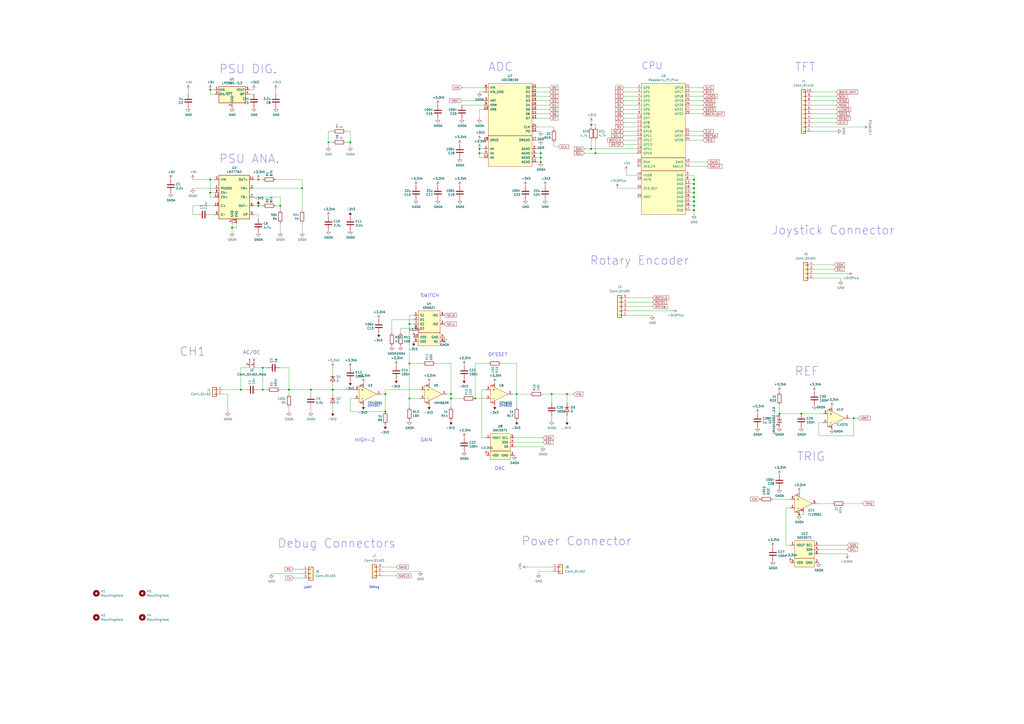
<source format=kicad_sch>
(kicad_sch (version 20231120) (generator "eeschema") (generator_version "8.0")
  (paper "A2")
  (title_block (title "ScopeBoy") (date "2025-11-13") (company "Cornell University") (comment 1 "Modified by Robbie Leslie") (comment 2 "Original design by Jenny List") (comment 3 "https://hackaday.com/2022/11/06/a-pi-pico-oscilloscope/"))
  (junction (at 464.82 240.03))
  (junction (at 495.3 242.57))
  (junction (at 402.59 111.76))
  (junction (at 452.12 240.03))
  (junction (at 203.2 82.55))
  (junction (at 275.59 231.14))
  (junction (at 342.9 72.39))
  (junction (at 193.04 226.06))
  (junction (at 190.5 82.55))
  (junction (at 278.13 88.9))
  (junction (at 134.62 132.08))
  (junction (at 121.92 104.14))
  (junction (at 149.86 104.14))
  (junction (at 320.04 228.6))
  (junction (at 261.62 231.14))
  (junction (at 223.52 238.76))
  (junction (at 342.9 86.36))
  (junction (at 463.55 298.45))
  (junction (at 261.62 228.6))
  (junction (at 237.49 231.14))
  (junction (at 402.59 104.14))
  (junction (at 402.59 116.84))
  (junction (at 223.52 228.6))
  (junction (at 328.93 228.6))
  (junction (at 402.59 119.38))
  (junction (at 299.72 228.6))
  (junction (at 139.7 226.06))
  (junction (at 313.69 91.44))
  (junction (at 402.59 106.68))
  (junction (at 180.34 226.06))
  (junction (at 402.59 109.22))
  (junction (at 149.86 119.38))
  (junction (at 402.59 114.3))
  (junction (at 237.49 187.96))
  (junction (at 237.49 210.82))
  (junction (at 121.92 52.07))
  (junction (at 175.26 109.22))
  (junction (at 152.4 226.06))
  (junction (at 278.13 86.36))
  (junction (at 121.92 111.76))
  (junction (at 162.56 119.38))
  (junction (at 402.59 121.92))
  (junction (at 345.44 88.9))
  (junction (at 313.69 88.9))
  (junction (at 167.64 226.06))
  (junction (at 152.4 213.36))
  (junction (at 313.69 93.98))
  (wire (pts (xy 320.04 331.47) (xy 312.42 331.47)))
  (wire (pts (xy 111.76 119.38) (xy 111.76 124.46)))
  (wire (pts (xy 267.97 231.14) (xy 261.62 231.14)))
  (wire (pts (xy 121.92 111.76) (xy 121.92 104.14)))
  (wire (pts (xy 144.78 52.07) (xy 147.32 52.07)))
  (wire (pts (xy 180.34 226.06) (xy 193.04 226.06)))
  (wire (pts (xy 167.64 226.06) (xy 180.34 226.06)))
  (wire (pts (xy 243.84 231.14) (xy 237.49 231.14)))
  (wire (pts (xy 361.95 68.58) (xy 369.57 68.58)))
  (wire (pts (xy 299.72 210.82) (xy 299.72 228.6)))
  (wire (pts (xy 299.72 228.6) (xy 297.18 228.6)))
  (wire (pts (xy 364.49 180.34) (xy 389.89 180.34)))
  (wire (pts (xy 402.59 119.38) (xy 402.59 121.92)))
  (wire (pts (xy 261.62 228.6) (xy 261.62 231.14)))
  (wire (pts (xy 147.32 104.14) (xy 149.86 104.14)))
  (wire (pts (xy 227.33 185.42) (xy 227.33 193.04)))
  (wire (pts (xy 279.4 226.06) (xy 279.4 254)))
  (wire (pts (xy 280.67 60.96) (xy 267.97 60.96)))
  (wire (pts (xy 147.32 124.46) (xy 149.86 124.46)))
  (wire (pts (xy 318.77 66.04) (xy 311.15 66.04)))
  (wire (pts (xy 407.67 76.2) (xy 400.05 76.2)))
  (wire (pts (xy 222.25 331.47) (xy 243.84 331.47)))
  (wire (pts (xy 361.95 55.88) (xy 369.57 55.88)))
  (wire (pts (xy 472.44 161.29) (xy 487.68 161.29)))
  (wire (pts (xy 472.44 158.75) (xy 491.49 158.75)))
  (wire (pts (xy 190.5 82.55) (xy 193.04 82.55)))
  (wire (pts (xy 237.49 210.82) (xy 245.11 210.82)))
  (wire (pts (xy 124.46 114.3) (xy 121.92 114.3)))
  (wire (pts (xy 464.82 240.03) (xy 452.12 240.03)))
  (wire (pts (xy 471.17 68.58) (xy 485.14 68.58)))
  (wire (pts (xy 144.78 54.61) (xy 147.32 54.61)))
  (wire (pts (xy 203.2 82.55) (xy 203.2 85.09)))
  (wire (pts (xy 407.67 81.28) (xy 400.05 81.28)))
  (wire (pts (xy 311.15 86.36) (xy 313.69 86.36)))
  (wire (pts (xy 261.62 210.82) (xy 261.62 228.6)))
  (wire (pts (xy 361.95 50.8) (xy 369.57 50.8)))
  (wire (pts (xy 400.05 109.22) (xy 402.59 109.22)))
  (wire (pts (xy 223.52 226.06) (xy 223.52 228.6)))
  (wire (pts (xy 342.9 81.28) (xy 342.9 86.36)))
  (wire (pts (xy 190.5 82.55) (xy 190.5 85.09)))
  (wire (pts (xy 311.15 81.28) (xy 313.69 81.28)))
  (wire (pts (xy 223.52 238.76) (xy 223.52 228.6)))
  (wire (pts (xy 203.2 238.76) (xy 223.52 238.76)))
  (wire (pts (xy 180.34 226.06) (xy 180.34 228.6)))
  (wire (pts (xy 455.93 294.64) (xy 455.93 316.23)))
  (wire (pts (xy 311.15 76.2) (xy 313.69 76.2)))
  (wire (pts (xy 280.67 63.5) (xy 278.13 63.5)))
  (wire (pts (xy 400.05 53.34) (xy 407.67 53.34)))
  (wire (pts (xy 318.77 58.42) (xy 311.15 58.42)))
  (wire (pts (xy 482.6 292.1) (xy 473.71 292.1)))
  (wire (pts (xy 320.04 241.3) (xy 320.04 243.84)))
  (wire (pts (xy 240.03 182.88) (xy 237.49 182.88)))
  (wire (pts (xy 497.84 242.57) (xy 495.3 242.57)))
  (wire (pts (xy 240.03 190.5) (xy 232.41 190.5)))
  (wire (pts (xy 361.95 60.96) (xy 369.57 60.96)))
  (wire (pts (xy 137.16 132.08) (xy 134.62 132.08)))
  (wire (pts (xy 281.94 231.14) (xy 275.59 231.14)))
  (wire (pts (xy 134.62 134.62) (xy 134.62 132.08)))
  (wire (pts (xy 124.46 124.46) (xy 121.92 124.46)))
  (wire (pts (xy 318.77 55.88) (xy 311.15 55.88)))
  (wire (pts (xy 490.22 292.1) (xy 500.38 292.1)))
  (wire (pts (xy 124.46 119.38) (xy 111.76 119.38)))
  (wire (pts (xy 124.46 109.22) (xy 111.76 109.22)))
  (wire (pts (xy 162.56 114.3) (xy 162.56 119.38)))
  (wire (pts (xy 361.95 73.66) (xy 369.57 73.66)))
  (wire (pts (xy 298.45 259.08) (xy 314.96 259.08)))
  (wire (pts (xy 190.5 76.2) (xy 190.5 82.55)))
  (wire (pts (xy 129.54 228.6) (xy 132.08 228.6)))
  (wire (pts (xy 402.59 109.22) (xy 402.59 111.76)))
  (wire (pts (xy 152.4 213.36) (xy 152.4 226.06)))
  (wire (pts (xy 345.44 72.39) (xy 342.9 72.39)))
  (wire (pts (xy 162.56 226.06) (xy 167.64 226.06)))
  (wire (pts (xy 298.45 256.54) (xy 314.96 256.54)))
  (wire (pts (xy 312.42 331.47) (xy 312.42 332.74)))
  (wire (pts (xy 400.05 106.68) (xy 402.59 106.68)))
  (wire (pts (xy 298.45 254) (xy 314.96 254)))
  (wire (pts (xy 474.98 245.11) (xy 474.98 252.73)))
  (wire (pts (xy 400.05 63.5) (xy 407.67 63.5)))
  (wire (pts (xy 448.31 289.56) (xy 458.47 289.56)))
  (wire (pts (xy 402.59 101.6) (xy 402.59 104.14)))
  (wire (pts (xy 361.95 58.42) (xy 369.57 58.42)))
  (wire (pts (xy 222.25 328.93) (xy 229.87 328.93)))
  (wire (pts (xy 495.3 242.57) (xy 495.3 252.73)))
  (wire (pts (xy 278.13 91.44) (xy 278.13 88.9)))
  (wire (pts (xy 124.46 54.61) (xy 121.92 54.61)))
  (wire (pts (xy 157.48 332.74) (xy 175.26 332.74)))
  (wire (pts (xy 345.44 81.28) (xy 345.44 88.9)))
  (wire (pts (xy 364.49 177.8) (xy 378.46 177.8)))
  (wire (pts (xy 311.15 88.9) (xy 313.69 88.9)))
  (wire (pts (xy 175.26 104.14) (xy 175.26 109.22)))
  (wire (pts (xy 147.32 109.22) (xy 175.26 109.22)))
  (wire (pts (xy 474.98 316.23) (xy 491.49 316.23)))
  (wire (pts (xy 111.76 124.46) (xy 114.3 124.46)))
  (wire (pts (xy 402.59 116.84) (xy 402.59 119.38)))
  (wire (pts (xy 111.76 104.14) (xy 121.92 104.14)))
  (wire (pts (xy 400.05 96.52) (xy 410.21 96.52)))
  (wire (pts (xy 149.86 104.14) (xy 152.4 104.14)))
  (wire (pts (xy 160.02 104.14) (xy 175.26 104.14)))
  (wire (pts (xy 400.05 55.88) (xy 407.67 55.88)))
  (wire (pts (xy 466.09 297.18) (xy 466.09 298.45)))
  (wire (pts (xy 175.26 109.22) (xy 175.26 121.92)))
  (wire (pts (xy 160.02 119.38) (xy 162.56 119.38)))
  (wire (pts (xy 361.95 83.82) (xy 369.57 83.82)))
  (wire (pts (xy 318.77 68.58) (xy 311.15 68.58)))
  (wire (pts (xy 400.05 66.04) (xy 407.67 66.04)))
  (wire (pts (xy 193.04 236.22) (xy 193.04 238.76)))
  (wire (pts (xy 311.15 93.98) (xy 313.69 93.98)))
  (wire (pts (xy 313.69 91.44) (xy 313.69 93.98)))
  (wire (pts (xy 400.05 121.92) (xy 402.59 121.92)))
  (wire (pts (xy 261.62 231.14) (xy 261.62 236.22)))
  (wire (pts (xy 342.9 73.66) (xy 342.9 72.39)))
  (wire (pts (xy 278.13 88.9) (xy 278.13 86.36)))
  (wire (pts (xy 407.67 78.74) (xy 400.05 78.74)))
  (wire (pts (xy 342.9 86.36) (xy 369.57 86.36)))
  (wire (pts (xy 299.72 228.6) (xy 299.72 236.22)))
  (wire (pts (xy 252.73 210.82) (xy 261.62 210.82)))
  (wire (pts (xy 495.3 242.57) (xy 492.76 242.57)))
  (wire (pts (xy 314.96 228.6) (xy 320.04 228.6)))
  (wire (pts (xy 477.52 245.11) (xy 474.98 245.11)))
  (wire (pts (xy 400.05 111.76) (xy 402.59 111.76)))
  (wire (pts (xy 240.03 187.96) (xy 237.49 187.96)))
  (wire (pts (xy 402.59 104.14) (xy 402.59 106.68)))
  (wire (pts (xy 402.59 114.3) (xy 402.59 116.84)))
  (wire (pts (xy 279.4 226.06) (xy 281.94 226.06)))
  (wire (pts (xy 402.59 111.76) (xy 402.59 114.3)))
  (wire (pts (xy 280.67 53.34) (xy 278.13 53.34)))
  (wire (pts (xy 363.22 101.6) (xy 363.22 99.06)))
  (wire (pts (xy 170.18 330.2) (xy 175.26 330.2)))
  (wire (pts (xy 121.92 54.61) (xy 121.92 52.07)))
  (wire (pts (xy 471.17 73.66) (xy 500.38 73.66)))
  (wire (pts (xy 280.67 91.44) (xy 278.13 91.44)))
  (wire (pts (xy 283.21 210.82) (xy 275.59 210.82)))
  (wire (pts (xy 280.67 88.9) (xy 278.13 88.9)))
  (wire (pts (xy 149.86 226.06) (xy 152.4 226.06)))
  (wire (pts (xy 471.17 63.5) (xy 485.14 63.5)))
  (wire (pts (xy 175.26 129.54) (xy 175.26 134.62)))
  (wire (pts (xy 361.95 78.74) (xy 369.57 78.74)))
  (wire (pts (xy 471.17 71.12) (xy 485.14 71.12)))
  (wire (pts (xy 321.31 85.09) (xy 323.85 85.09)))
  (wire (pts (xy 152.4 226.06) (xy 154.94 226.06)))
  (wire (pts (xy 345.44 73.66) (xy 345.44 72.39)))
  (wire (pts (xy 471.17 58.42) (xy 485.14 58.42)))
  (wire (pts (xy 320.04 228.6) (xy 328.93 228.6)))
  (wire (pts (xy 162.56 119.38) (xy 162.56 121.92)))
  (wire (pts (xy 223.52 228.6) (xy 220.98 228.6)))
  (wire (pts (xy 402.59 121.92) (xy 402.59 124.46)))
  (wire (pts (xy 203.2 82.55) (xy 203.2 76.2)))
  (wire (pts (xy 328.93 241.3) (xy 328.93 243.84)))
  (wire (pts (xy 318.77 53.34) (xy 311.15 53.34)))
  (wire (pts (xy 471.17 53.34) (xy 485.14 53.34)))
  (wire (pts (xy 121.92 104.14) (xy 124.46 104.14)))
  (wire (pts (xy 361.95 81.28) (xy 369.57 81.28)))
  (wire (pts (xy 124.46 111.76) (xy 121.92 111.76)))
  (wire (pts (xy 162.56 129.54) (xy 162.56 134.62)))
  (wire (pts (xy 237.49 187.96) (xy 237.49 182.88)))
  (wire (pts (xy 306.07 328.93) (xy 320.04 328.93)))
  (wire (pts (xy 402.59 106.68) (xy 402.59 109.22)))
  (wire (pts (xy 240.03 185.42) (xy 227.33 185.42)))
  (wire (pts (xy 321.31 82.55) (xy 321.31 85.09)))
  (wire (pts (xy 474.98 321.31) (xy 491.49 321.31)))
  (wire (pts (xy 321.31 73.66) (xy 321.31 74.93)))
  (wire (pts (xy 455.93 316.23) (xy 458.47 316.23)))
  (wire (pts (xy 458.47 294.64) (xy 455.93 294.64)))
  (wire (pts (xy 477.52 240.03) (xy 464.82 240.03)))
  (wire (pts (xy 222.25 334.01) (xy 229.87 334.01)))
  (wire (pts (xy 167.64 228.6) (xy 167.64 226.06)))
  (wire (pts (xy 400.05 60.96) (xy 407.67 60.96)))
  (wire (pts (xy 400.05 101.6) (xy 402.59 101.6)))
  (wire (pts (xy 278.13 63.5) (xy 278.13 68.58)))
  (wire (pts (xy 193.04 213.36) (xy 193.04 215.9)))
  (wire (pts (xy 261.62 228.6) (xy 259.08 228.6)))
  (wire (pts (xy 313.69 86.36) (xy 313.69 88.9)))
  (wire (pts (xy 232.41 190.5) (xy 232.41 193.04)))
  (wire (pts (xy 472.44 156.21) (xy 483.87 156.21)))
  (wire (pts (xy 487.68 161.29) (xy 487.68 162.56)))
  (wire (pts (xy 400.05 93.98) (xy 410.21 93.98)))
  (wire (pts (xy 193.04 223.52) (xy 193.04 226.06)))
  (wire (pts (xy 361.95 71.12) (xy 369.57 71.12)))
  (wire (pts (xy 361.95 53.34) (xy 369.57 53.34)))
  (wire (pts (xy 472.44 153.67) (xy 483.87 153.67)))
  (wire (pts (xy 109.22 52.07) (xy 109.22 54.61)))
  (wire (pts (xy 400.05 104.14) (xy 402.59 104.14)))
  (wire (pts (xy 200.66 82.55) (xy 203.2 82.55)))
  (wire (pts (xy 149.86 119.38) (xy 152.4 119.38)))
  (wire (pts (xy 361.95 63.5) (xy 369.57 63.5)))
  (wire (pts (xy 162.56 213.36) (xy 167.64 213.36)))
  (wire (pts (xy 474.98 252.73) (xy 495.3 252.73)))
  (wire (pts (xy 318.77 50.8) (xy 311.15 50.8)))
  (wire (pts (xy 358.14 109.22) (xy 369.57 109.22)))
  (wire (pts (xy 193.04 226.06) (xy 205.74 226.06)))
  (wire (pts (xy 237.49 231.14) (xy 237.49 236.22)))
  (wire (pts (xy 311.15 91.44) (xy 313.69 91.44)))
  (wire (pts (xy 369.57 101.6) (xy 363.22 101.6)))
  (wire (pts (xy 160.02 52.07) (xy 160.02 54.61)))
  (wire (pts (xy 129.54 226.06) (xy 139.7 226.06)))
  (wire (pts (xy 311.15 73.66) (xy 321.31 73.66)))
  (wire (pts (xy 193.04 76.2) (xy 190.5 76.2)))
  (wire (pts (xy 299.72 228.6) (xy 307.34 228.6)))
  (wire (pts (xy 471.17 76.2) (xy 485.14 76.2)))
  (wire (pts (xy 400.05 58.42) (xy 407.67 58.42)))
  (wire (pts (xy 147.32 114.3) (xy 162.56 114.3)))
  (wire (pts (xy 361.95 76.2) (xy 369.57 76.2)))
  (wire (pts (xy 364.49 172.72) (xy 378.46 172.72)))
  (wire (pts (xy 132.08 228.6) (xy 132.08 238.76)))
  (wire (pts (xy 279.4 254) (xy 281.94 254)))
  (wire (pts (xy 452.12 240.03) (xy 452.12 234.95)))
  (wire (pts (xy 280.67 50.8) (xy 267.97 50.8)))
  (wire (pts (xy 205.74 231.14) (xy 203.2 231.14)))
  (wire (pts (xy 280.67 81.28) (xy 278.13 81.28)))
  (wire (pts (xy 474.98 318.77) (xy 491.49 318.77)))
  (wire (pts (xy 471.17 66.04) (xy 485.14 66.04)))
  (wire (pts (xy 400.05 50.8) (xy 407.67 50.8)))
  (wire (pts (xy 342.9 72.39) (xy 342.9 71.12)))
  (wire (pts (xy 466.09 298.45) (xy 463.55 298.45)))
  (wire (pts (xy 167.64 213.36) (xy 167.64 226.06)))
  (wire (pts (xy 400.05 114.3) (xy 402.59 114.3)))
  (wire (pts (xy 290.83 210.82) (xy 299.72 210.82)))
  (wire (pts (xy 167.64 236.22) (xy 167.64 238.76)))
  (wire (pts (xy 147.32 119.38) (xy 149.86 119.38)))
  (wire (pts (xy 364.49 182.88) (xy 378.46 182.88)))
  (wire (pts (xy 203.2 231.14) (xy 203.2 238.76)))
  (wire (pts (xy 267.97 58.42) (xy 280.67 58.42)))
  (wire (pts (xy 147.32 213.36) (xy 152.4 213.36)))
  (wire (pts (xy 237.49 210.82) (xy 237.49 187.96)))
  (wire (pts (xy 139.7 213.36) (xy 139.7 226.06)))
  (wire (pts (xy 318.77 60.96) (xy 311.15 60.96)))
  (wire (pts (xy 193.04 228.6) (xy 193.04 226.06)))
  (wire (pts (xy 139.7 226.06) (xy 142.24 226.06)))
  (wire (pts (xy 345.44 88.9) (xy 369.57 88.9)))
  (wire (pts (xy 237.49 210.82) (xy 237.49 231.14)))
  (wire (pts (xy 134.62 132.08) (xy 134.62 129.54)))
  (wire (pts (xy 180.34 236.22) (xy 180.34 238.76)))
  (wire (pts (xy 203.2 76.2) (xy 200.66 76.2)))
  (wire (pts (xy 339.09 88.9) (xy 345.44 88.9)))
  (wire (pts (xy 313.69 88.9) (xy 313.69 91.44)))
  (wire (pts (xy 339.09 86.36) (xy 342.9 86.36)))
  (wire (pts (xy 471.17 55.88) (xy 485.14 55.88)))
  (wire (pts (xy 152.4 213.36) (xy 154.94 213.36)))
  (wire (pts (xy 361.95 66.04) (xy 369.57 66.04)))
  (wire (pts (xy 124.46 52.07) (xy 121.92 52.07)))
  (wire (pts (xy 328.93 233.68) (xy 328.93 228.6)))
  (wire (pts (xy 318.77 63.5) (xy 311.15 63.5)))
  (wire (pts (xy 332.74 228.6) (xy 328.93 228.6)))
  (wire (pts (xy 280.67 86.36) (xy 278.13 86.36)))
  (wire (pts (xy 223.52 226.06) (xy 243.84 226.06)))
  (wire (pts (xy 320.04 233.68) (xy 320.04 228.6)))
  (wire (pts (xy 149.86 124.46) (xy 149.86 127)))
  (wire (pts (xy 121.92 114.3) (xy 121.92 111.76)))
  (wire (pts (xy 400.05 116.84) (xy 402.59 116.84)))
  (wire (pts (xy 139.7 213.36) (xy 144.78 213.36)))
  (wire (pts (xy 275.59 210.82) (xy 275.59 231.14)))
  (wire (pts (xy 137.16 129.54) (xy 137.16 132.08)))
  (wire (pts (xy 400.05 119.38) (xy 402.59 119.38)))
  (wire (pts (xy 364.49 175.26) (xy 378.46 175.26)))
  (wire (pts (xy 170.18 335.28) (xy 175.26 335.28)))
  (wire (pts (xy 471.17 60.96) (xy 485.14 60.96)))
  (text "DAC" (at 287.02 273.05 0) (effects (font (size 2.0066 2.0066)) (justify left bottom)))
  (text "PSU DIG." (at 127 43.18 0) (effects (font (size 5.0038 5.0038)) (justify left bottom)))
  (text "CPU" (at 372.11 40.64 0) (effects (font (size 3.9878 3.9878)) (justify left bottom)))
  (text "REF" (at 461.01 218.44 0) (effects (font (size 5.0038 5.0038)) (justify left bottom)))
  (text "Debug" (at 217.17 340.614 0) (effects (font (size 1.27 1.27))))
  (text "Power Connector" (at 302.514 316.992 0) (effects (font (size 5.0038 5.0038)) (justify left bottom)))
  (text "CH1" (at 104.14 207.01 0) (effects (font (size 5.0038 5.0038)) (justify left bottom)))
  (text "TFT" (at 461.01 41.91 0) (effects (font (size 5.0038 5.0038)) (justify left bottom)))
  (text "TRIG" (at 462.28 267.97 0) (effects (font (size 5.0038 5.0038)) (justify left bottom)))
  (text "OPA357" (at 213.36 236.22 0) (effects (font (size 1.27 1.27)) (justify left bottom)))
  (text "GAIN" (at 243.84 256.54 0) (effects (font (size 2.0066 2.0066)) (justify left bottom)))
  (text "Rotary Encoder" (at 342.138 154.178 0) (effects (font (size 5.0038 5.0038)) (justify left bottom)))
  (text "ADC" (at 283.21 41.91 0) (effects (font (size 5.0038 5.0038)) (justify left bottom)))
  (text "OFSSET" (at 283.21 207.01 0) (effects (font (size 2.0066 2.0066)) (justify left bottom)))
  (text "Debug Connectors" (at 161.036 318.262 0) (effects (font (size 5.0038 5.0038)) (justify left bottom)))
  (text "SWITCH" (at 243.84 172.72 0) (effects (font (size 2.0066 2.0066)) (justify left bottom)))
  (text "HIGH-Z" (at 205.74 256.54 0) (effects (font (size 2.0066 2.0066)) (justify left bottom)))
  (text "Joystick Connector\n" (at 447.548 136.652 0) (effects (font (size 5.0038 5.0038)) (justify left bottom)))
  (text "AC/DC" (at 140.97 205.74 0) (effects (font (size 2.0066 2.0066)) (justify left bottom)))
  (text "UART" (at 178.562 340.868 0) (effects (font (size 1.27 1.27))))
  (text "PSU ANA." (at 127 95.25 0) (effects (font (size 5.0038 5.0038)) (justify left bottom)))
  (text "OPA820" (at 289.56 236.22 0) (effects (font (size 1.27 1.27)) (justify left bottom)))
  (global_label "VIN" (shape input) (at 267.97 50.8 180) (property "Intersheetrefs" "${INTERSHEET_REFS}" (effects (hide yes))))
  (global_label "LCDCS" (shape input) (at 407.67 55.88 0) (property "Intersheetrefs" "${INTERSHEET_REFS}" (effects (hide yes))))
  (global_label "MOSI" (shape input) (at 407.67 58.42 0) (property "Intersheetrefs" "${INTERSHEET_REFS}" (effects (hide yes))))
  (global_label "D{slash}C" (shape input) (at 485.14 71.12 0) (property "Intersheetrefs" "${INTERSHEET_REFS}" (effects (hide yes))))
  (global_label "SDCS" (shape input) (at 407.67 63.5 0) (property "Intersheetrefs" "${INTERSHEET_REFS}" (effects (hide yes))))
  (global_label "D1" (shape input) (at 361.95 53.34 180) (property "Intersheetrefs" "${INTERSHEET_REFS}" (effects (hide yes))))
  (global_label "ROTSW" (shape input) (at 378.46 177.8 0) (property "Intersheetrefs" "${INTERSHEET_REFS}" (effects (hide yes))))
  (global_label "D3" (shape input) (at 318.77 58.42 0) (property "Intersheetrefs" "${INTERSHEET_REFS}" (effects (hide yes))))
  (global_label "VREF" (shape input) (at 267.97 58.42 180) (property "Intersheetrefs" "${INTERSHEET_REFS}" (effects (hide yes))))
  (global_label "SDA" (shape input) (at 339.09 86.36 180) (property "Intersheetrefs" "${INTERSHEET_REFS}" (effects (hide yes))))
  (global_label "CLK" (shape input) (at 323.85 85.09 0) (property "Intersheetrefs" "${INTERSHEET_REFS}" (effects (hide yes))))
  (global_label "D5" (shape input) (at 318.77 63.5 0) (property "Intersheetrefs" "${INTERSHEET_REFS}" (effects (hide yes))))
  (global_label "SCL" (shape input) (at 314.96 256.54 0) (property "Intersheetrefs" "${INTERSHEET_REFS}" (effects (hide yes))))
  (global_label "SCL" (shape input) (at 339.09 88.9 180) (property "Intersheetrefs" "${INTERSHEET_REFS}" (effects (hide yes))))
  (global_label "D3" (shape input) (at 361.95 58.42 180) (property "Intersheetrefs" "${INTERSHEET_REFS}" (effects (hide yes))))
  (global_label "SDA" (shape input) (at 483.87 153.67 0) (property "Intersheetrefs" "${INTERSHEET_REFS}" (effects (hide yes))))
  (global_label "SDA" (shape input) (at 491.49 316.23 0) (property "Intersheetrefs" "${INTERSHEET_REFS}" (effects (hide yes))))
  (global_label "SDA" (shape input) (at 314.96 254 0) (property "Intersheetrefs" "${INTERSHEET_REFS}" (effects (hide yes))))
  (global_label "D6" (shape input) (at 318.77 66.04 0) (property "Intersheetrefs" "${INTERSHEET_REFS}" (effects (hide yes))))
  (global_label "ROTDT" (shape input) (at 378.46 175.26 0) (property "Intersheetrefs" "${INTERSHEET_REFS}" (effects (hide yes))))
  (global_label "D0" (shape input) (at 361.95 50.8 180) (property "Intersheetrefs" "${INTERSHEET_REFS}" (effects (hide yes))))
  (global_label "D{slash}C" (shape input) (at 407.67 50.8 0) (property "Intersheetrefs" "${INTERSHEET_REFS}" (effects (hide yes))))
  (global_label "D7" (shape input) (at 361.95 68.58 180) (property "Intersheetrefs" "${INTERSHEET_REFS}" (effects (hide yes))))
  (global_label "SWIO" (shape input) (at 229.87 328.93 0) (property "Intersheetrefs" "${INTERSHEET_REFS}" (effects (hide yes))))
  (global_label "TRIG" (shape input) (at 407.67 81.28 0) (property "Intersheetrefs" "${INTERSHEET_REFS}" (effects (hide yes))))
  (global_label "ROTSW" (shape input) (at 407.67 78.74 0) (property "Intersheetrefs" "${INTERSHEET_REFS}" (effects (hide yes))))
  (global_label "BACKLIGHT" (shape input) (at 485.14 53.34 0) (property "Intersheetrefs" "${INTERSHEET_REFS}" (effects (hide yes))))
  (global_label "MOSI" (shape input) (at 485.14 60.96 0) (property "Intersheetrefs" "${INTERSHEET_REFS}" (effects (hide yes))))
  (global_label "ROTCLK" (shape input) (at 361.95 81.28 180) (property "Intersheetrefs" "${INTERSHEET_REFS}" (effects (hide yes))))
  (global_label "SEL1" (shape input) (at 361.95 78.74 180) (property "Intersheetrefs" "${INTERSHEET_REFS}" (effects (hide yes))))
  (global_label "D4" (shape input) (at 318.77 60.96 0) (property "Intersheetrefs" "${INTERSHEET_REFS}" (effects (hide yes))))
  (global_label "BACKLIGHT" (shape input) (at 407.67 66.04 0) (property "Intersheetrefs" "${INTERSHEET_REFS}" (effects (hide yes))))
  (global_label "D7" (shape input) (at 318.77 68.58 0) (property "Intersheetrefs" "${INTERSHEET_REFS}" (effects (hide yes))))
  (global_label "TX" (shape input) (at 170.18 335.28 180) (property "Intersheetrefs" "${INTERSHEET_REFS}" (effects (hide yes))))
  (global_label "TX" (shape input) (at 361.95 71.12 180) (property "Intersheetrefs" "${INTERSHEET_REFS}" (effects (hide yes))))
  (global_label "D5" (shape input) (at 361.95 63.5 180) (property "Intersheetrefs" "${INTERSHEET_REFS}" (effects (hide yes))))
  (global_label "SCL" (shape input) (at 483.87 156.21 0) (property "Intersheetrefs" "${INTERSHEET_REFS}" (effects (hide yes))))
  (global_label "MISO" (shape input) (at 407.67 60.96 0) (property "Intersheetrefs" "${INTERSHEET_REFS}" (effects (hide yes))))
  (global_label "TRIG" (shape input) (at 500.38 292.1 0) (property "Intersheetrefs" "${INTERSHEET_REFS}" (effects (hide yes))))
  (global_label "SCL" (shape input) (at 491.49 318.77 0) (property "Intersheetrefs" "${INTERSHEET_REFS}" (effects (hide yes))))
  (global_label "D2" (shape input) (at 318.77 55.88 0) (property "Intersheetrefs" "${INTERSHEET_REFS}" (effects (hide yes))))
  (global_label "ROTCLK" (shape input) (at 378.46 172.72 0) (property "Intersheetrefs" "${INTERSHEET_REFS}" (effects (hide yes))))
  (global_label "SCK" (shape input) (at 485.14 55.88 0) (property "Intersheetrefs" "${INTERSHEET_REFS}" (effects (hide yes))))
  (global_label "SWCLK" (shape input) (at 229.87 334.01 0) (property "Intersheetrefs" "${INTERSHEET_REFS}" (effects (hide yes))))
  (global_label "D2" (shape input) (at 361.95 55.88 180) (property "Intersheetrefs" "${INTERSHEET_REFS}" (effects (hide yes))))
  (global_label "RX" (shape input) (at 361.95 73.66 180) (property "Intersheetrefs" "${INTERSHEET_REFS}" (effects (hide yes))))
  (global_label "D4" (shape input) (at 361.95 60.96 180) (property "Intersheetrefs" "${INTERSHEET_REFS}" (effects (hide yes))))
  (global_label "VIN" (shape input) (at 332.74 228.6 0) (property "Intersheetrefs" "${INTERSHEET_REFS}" (effects (hide yes))))
  (global_label "SWCLK" (shape input) (at 410.21 96.52 0) (property "Intersheetrefs" "${INTERSHEET_REFS}" (effects (hide yes))))
  (global_label "MISO" (shape input) (at 485.14 58.42 0) (property "Intersheetrefs" "${INTERSHEET_REFS}" (effects (hide yes))))
  (global_label "VREF" (shape input) (at 497.84 242.57 0) (property "Intersheetrefs" "${INTERSHEET_REFS}" (effects (hide yes))))
  (global_label "SDCS" (shape input) (at 485.14 66.04 0) (property "Intersheetrefs" "${INTERSHEET_REFS}" (effects (hide yes))))
  (global_label "ROTDT" (shape input) (at 361.95 83.82 180) (property "Intersheetrefs" "${INTERSHEET_REFS}" (effects (hide yes))))
  (global_label "SWIO" (shape input) (at 410.21 93.98 0) (property "Intersheetrefs" "${INTERSHEET_REFS}" (effects (hide yes))))
  (global_label "VIN" (shape input) (at 440.69 289.56 180) (property "Intersheetrefs" "${INTERSHEET_REFS}" (effects (hide yes))))
  (global_label "D0" (shape input) (at 318.77 50.8 0) (property "Intersheetrefs" "${INTERSHEET_REFS}" (effects (hide yes))))
  (global_label "D1" (shape input) (at 318.77 53.34 0) (property "Intersheetrefs" "${INTERSHEET_REFS}" (effects (hide yes))))
  (global_label "CLK" (shape input) (at 407.67 76.2 0) (property "Intersheetrefs" "${INTERSHEET_REFS}" (effects (hide yes))))
  (global_label "RX" (shape input) (at 170.18 330.2 180) (property "Intersheetrefs" "${INTERSHEET_REFS}" (effects (hide yes))))
  (global_label "RESET" (shape input) (at 485.14 68.58 0) (property "Intersheetrefs" "${INTERSHEET_REFS}" (effects (hide yes))))
  (global_label "SEL1" (shape input) (at 257.81 187.96 0) (property "Intersheetrefs" "${INTERSHEET_REFS}" (effects (hide yes))))
  (global_label "SCK" (shape input) (at 407.67 53.34 0) (property "Intersheetrefs" "${INTERSHEET_REFS}" (effects (hide yes))))
  (global_label "SEL0" (shape input) (at 361.95 76.2 180) (property "Intersheetrefs" "${INTERSHEET_REFS}" (effects (hide yes))))
  (global_label "LCDCS" (shape input) (at 485.14 63.5 0) (property "Intersheetrefs" "${INTERSHEET_REFS}" (effects (hide yes))))
  (global_label "D6" (shape input) (at 361.95 66.04 180) (property "Intersheetrefs" "${INTERSHEET_REFS}" (effects (hide yes))))
  (global_label "SEL0" (shape input) (at 257.81 182.88 0) (property "Intersheetrefs" "${INTERSHEET_REFS}" (effects (hide yes))))
  (symbol (lib_id "power:+5V") (at 99.06 104.14 0) (unit 1)
    (property "Reference" "#PWR01" (effects (hide yes)))
    (property "Value" "+5V" (at 99.441 99.7458 0))
  )
  (symbol (lib_id "power:-3V3") (at 149.86 119.38 0) (unit 1)
    (property "Reference" "#PWR014" (effects (hide yes)))
    (property "Value" "-3V3" (at 150.241 114.9858 0))
  )
  (symbol (lib_id "power:GNDA") (at 190.5 133.35 0) (unit 1)
    (property "Reference" "#PWR024" (effects (hide yes)))
    (property "Value" "GNDA" (at 190.627 137.7442 0))
  )
  (symbol (lib_id "Device:C") (at 118.11 124.46 90) (unit 1)
    (property "Reference" "C3" (at 116.9416 121.539 0) (effects (justify left)))
    (property "Value" "2.2u" (at 119.253 121.539 0) (effects (justify left)))
    (property "Footprint" "Capacitor_SMD:C_0603_1608Metric" (effects (hide yes)))
    (property "Datasheet" "https://datasheet.lcsc.com/lcsc/1810271109_Samsung-Electro-Mechanics-CL10A225KO8NNNC_C23630.pdf" (effects (hide yes)))
    (property "LCSC Part #" "C23630" (effects (hide yes)))
    (property "MFR. Part #" "CL10A225KO8NNNC" (effects (hide yes)))
  )
  (symbol (lib_id "Device:C") (at 149.86 130.81 0) (unit 1)
    (property "Reference" "C6" (at 152.781 129.6416 0) (effects (justify left)))
    (property "Value" "4.7u" (at 152.781 131.953 0) (effects (justify left)))
    (property "Footprint" "Capacitor_SMD:C_0603_1608Metric" (effects (hide yes)))
    (property "Datasheet" "https://datasheet.lcsc.com/lcsc/1810261514_Samsung-Electro-Mechanics-CL10A475KO8NNNC_C19666.pdf" (effects (hide yes)))
    (property "LCSC Part #" "C19666" (effects (hide yes)))
    (property "MFR. Part #" "CL10A475KO8NNNC" (effects (hide yes)))
  )
  (symbol (lib_id "Device:C") (at 99.06 107.95 0) (unit 1)
    (property "Reference" "C1" (at 101.981 106.7816 0) (effects (justify left)))
    (property "Value" "2.2u" (at 101.981 109.093 0) (effects (justify left)))
    (property "Footprint" "Capacitor_SMD:C_0603_1608Metric" (effects (hide yes)))
    (property "Datasheet" "https://datasheet.lcsc.com/lcsc/1810271109_Samsung-Electro-Mechanics-CL10A225KO8NNNC_C23630.pdf" (effects (hide yes)))
    (property "LCSC Part #" "C23630" (effects (hide yes)))
    (property "MFR. Part #" "CL10A225KO8NNNC" (effects (hide yes)))
  )
  (symbol (lib_id "Device:C") (at 203.2 129.54 0) (unit 1)
    (property "Reference" "C11" (at 206.121 128.3716 0) (effects (justify left)))
    (property "Value" "2.2u" (at 206.121 130.683 0) (effects (justify left)))
    (property "Footprint" "Capacitor_SMD:C_0603_1608Metric" (effects (hide yes)))
    (property "Datasheet" "https://datasheet.lcsc.com/lcsc/1810271109_Samsung-Electro-Mechanics-CL10A225KO8NNNC_C23630.pdf" (effects (hide yes)))
    (property "LCSC Part #" "C23630" (effects (hide yes)))
    (property "MFR. Part #" "CL10A225KO8NNNC" (effects (hide yes)))
  )
  (symbol (lib_id "Device:C") (at 190.5 129.54 0) (unit 1)
    (property "Reference" "C10" (at 193.421 128.3716 0) (effects (justify left)))
    (property "Value" "2.2u" (at 193.421 130.683 0) (effects (justify left)))
    (property "Footprint" "Capacitor_SMD:C_0603_1608Metric" (effects (hide yes)))
    (property "Datasheet" "https://datasheet.lcsc.com/lcsc/1810271109_Samsung-Electro-Mechanics-CL10A225KO8NNNC_C23630.pdf" (effects (hide yes)))
    (property "LCSC Part #" "C23630" (effects (hide yes)))
    (property "MFR. Part #" "CL10A225KO8NNNC" (effects (hide yes)))
  )
  (symbol (lib_id "Device:R") (at 156.21 104.14 90) (unit 1)
    (property "Reference" "R1" (at 155.0416 102.362 0) (effects (justify left)))
    (property "Value" "87k" (at 157.353 102.362 0) (effects (justify left)))
    (property "Footprint" "Resistor_SMD:R_0603_1608Metric" (effects (hide yes)))
    (property "Datasheet" "https://datasheet.lcsc.com/lcsc/1811081712_UNI-ROYAL-Uniroyal-Elec-0603WAF8202T5E_C23254.pdf" (effects (hide yes)))
    (property "LCSC Part #" "C23254" (effects (hide yes)))
    (property "MFR. Part #" "0603WAF8202T5E" (effects (hide yes)))
  )
  (symbol (lib_id "Device:R") (at 175.26 125.73 180) (unit 1)
    (property "Reference" "R6" (at 173.482 126.8984 0) (effects (justify left)))
    (property "Value" "50k" (at 173.482 124.587 0) (effects (justify left)))
    (property "Footprint" "Resistor_SMD:R_0603_1608Metric" (effects (hide yes)))
    (property "Datasheet" "https://datasheet.lcsc.com/lcsc/1811021211_UNI-ROYAL-Uniroyal-Elec-0603WAF1503T5E_C22807.pdf" (effects (hide yes)))
    (property "LCSC Part #" "C22807" (effects (hide yes)))
    (property "MFR. Part #" "0603WAF1503T5E" (effects (hide yes)))
  )
  (symbol (lib_id "Device:R") (at 162.56 125.73 180) (unit 1)
    (property "Reference" "R4" (at 160.782 126.8984 0) (effects (justify left)))
    (property "Value" "50k" (at 160.782 124.587 0) (effects (justify left)))
    (property "Footprint" "Resistor_SMD:R_0603_1608Metric" (effects (hide yes)))
    (property "Datasheet" "https://datasheet.lcsc.com/lcsc/1811021211_UNI-ROYAL-Uniroyal-Elec-0603WAF1503T5E_C22807.pdf" (effects (hide yes)))
    (property "LCSC Part #" "C22807" (effects (hide yes)))
    (property "MFR. Part #" "0603WAF1503T5E" (effects (hide yes)))
  )
  (symbol (lib_id "Device:R") (at 156.21 119.38 90) (unit 1)
    (property "Reference" "R2" (at 155.0416 117.602 0) (effects (justify left)))
    (property "Value" "87k" (at 157.353 117.602 0) (effects (justify left)))
    (property "Footprint" "Resistor_SMD:R_0603_1608Metric" (effects (hide yes)))
    (property "Datasheet" "https://datasheet.lcsc.com/lcsc/1811081712_UNI-ROYAL-Uniroyal-Elec-0603WAF8202T5E_C23254.pdf" (effects (hide yes)))
    (property "LCSC Part #" "C23254" (effects (hide yes)))
    (property "MFR. Part #" "0603WAF8202T5E" (effects (hide yes)))
  )
  (symbol (lib_id "Regulator_SwitchedCapacitor:LM27762") (at 134.62 109.22 0) (unit 1)
    (property "Reference" "U2" (at 135.89 97.3582 0))
    (property "Value" "LM27762" (at 135.89 99.6696 0))
    (property "Footprint" "Package_SON:WSON-12-1EP_3x2mm_P0.5mm_EP1x2.65_ThermalVias" (effects (hide yes)))
    (property "Datasheet" "https://datasheet.lcsc.com/lcsc/2001031722_Texas-Instruments-LM27762DSSR_C473398.pdf" (effects (hide yes)))
    (property "LCSC Part #" "C473398" (effects (hide yes)))
    (property "MFR. Part #" "LM27762DSSR" (effects (hide yes)))
  )
  (symbol (lib_id "Reference_Voltage:LM4040DBZ-2.0") (at 452.12 243.84 90) (unit 1)
    (property "Reference" "U10" (at 446.6336 243.84 0))
    (property "Value" "LM4040DBZ-2.0" (at 448.945 243.84 0))
    (property "Footprint" "Package_TO_SOT_SMD:SOT-23" (effects (hide yes)))
    (property "Datasheet" "https://datasheet.lcsc.com/lcsc/1809111512_Texas-Instruments-LM4040A20IDBZR_C127070.pdf" (effects (hide yes)))
    (property "LCSC Part #" "C127070" (effects (hide yes)))
    (property "MFR. Part #" "LM4040A20IDBZR" (effects (hide yes)))
  )
  (symbol (lib_id "power:GNDA") (at 203.2 133.35 0) (unit 1)
    (property "Reference" "#PWR029" (effects (hide yes)))
    (property "Value" "GNDA" (at 203.327 137.7442 0))
  )
  (symbol (lib_id "Device:C") (at 439.42 243.84 0) (unit 1)
    (property "Reference" "C26" (at 442.341 242.6716 0) (effects (justify left)))
    (property "Value" "1u" (at 442.341 244.983 0) (effects (justify left)))
    (property "Footprint" "Capacitor_SMD:C_0603_1608Metric" (effects (hide yes)))
    (property "Datasheet" "https://datasheet.lcsc.com/lcsc/1810261812_Samsung-Electro-Mechanics-CL10A105KB8NNNC_C15849.pdf" (effects (hide yes)))
    (property "LCSC Part #" "C15849" (effects (hide yes)))
    (property "MFR. Part #" "CL10A105KB8NNNC" (effects (hide yes)))
  )
  (symbol (lib_id "Device:R") (at 452.12 231.14 180) (unit 1)
    (property "Reference" "R23" (at 450.342 232.3084 0) (effects (justify left)))
    (property "Value" "1k" (at 450.342 229.997 0) (effects (justify left)))
    (property "Footprint" "Resistor_SMD:R_0603_1608Metric" (effects (hide yes)))
    (property "Datasheet" "https://datasheet.lcsc.com/lcsc/1811141223_UNI-ROYAL-Uniroyal-Elec-0603WAF1001T5E_C21190.pdf" (effects (hide yes)))
    (property "LCSC Part #" "C21190" (effects (hide yes)))
    (property "MFR. Part #" "0603WAF1001T5E" (effects (hide yes)))
  )
  (symbol (lib_id "power:GNDA") (at 175.26 134.62 0) (unit 1)
    (property "Reference" "#PWR020" (effects (hide yes)))
    (property "Value" "GNDA" (at 175.387 139.0142 0))
  )
  (symbol (lib_id "power:GNDA") (at 149.86 134.62 0) (unit 1)
    (property "Reference" "#PWR015" (effects (hide yes)))
    (property "Value" "GNDA" (at 149.987 139.0142 0))
  )
  (symbol (lib_id "power:GNDA") (at 162.56 134.62 0) (unit 1)
    (property "Reference" "#PWR018" (effects (hide yes)))
    (property "Value" "GNDA" (at 162.687 139.0142 0))
  )
  (symbol (lib_id "power:GNDA") (at 99.06 111.76 0) (unit 1)
    (property "Reference" "#PWR02" (effects (hide yes)))
    (property "Value" "GNDA" (at 99.187 116.1542 0))
  )
  (symbol (lib_id "power:+5V") (at 111.76 104.14 0) (unit 1)
    (property "Reference" "#PWR05" (effects (hide yes)))
    (property "Value" "+5V" (at 112.141 99.7458 0))
  )
  (symbol (lib_id "power:GNDA") (at 134.62 134.62 0) (unit 1)
    (property "Reference" "#PWR010" (effects (hide yes)))
    (property "Value" "GNDA" (at 134.747 139.0142 0))
  )
  (symbol (lib_id "Device:C") (at 464.82 243.84 0) (unit 1)
    (property "Reference" "C29" (at 467.741 242.6716 0) (effects (justify left)))
    (property "Value" "100n" (at 467.741 244.983 0) (effects (justify left)))
    (property "Footprint" "Capacitor_SMD:C_0603_1608Metric" (effects (hide yes)))
    (property "Datasheet" "https://datasheet.lcsc.com/lcsc/1809301912_YAGEO-CC0603KRX7R9BB104_C14663.pdf" (effects (hide yes)))
    (property "LCSC Part #" "C14663" (effects (hide yes)))
    (property "MFR. Part #" "CC0603KRX7R9BB104" (effects (hide yes)))
  )
  (symbol (lib_id "power:GNDA") (at 111.76 109.22 0) (unit 1)
    (property "Reference" "#PWR06" (effects (hide yes)))
    (property "Value" "GNDA" (at 111.887 113.6142 0))
  )
  (symbol (lib_id "power:+3.3VA") (at 452.12 227.33 0) (unit 1)
    (property "Reference" "#PWR092" (effects (hide yes)))
    (property "Value" "+3.3VA" (at 452.501 222.9358 0))
  )
  (symbol (lib_id "power:+3.3VA") (at 439.42 240.03 0) (unit 1)
    (property "Reference" "#PWR088" (effects (hide yes)))
    (property "Value" "+3.3VA" (at 439.801 235.6358 0))
  )
  (symbol (lib_id "power:GNDA") (at 452.12 247.65 0) (unit 1)
    (property "Reference" "#PWR093" (effects (hide yes)))
    (property "Value" "GNDA" (at 452.247 252.0442 0))
  )
  (symbol (lib_id "power:GNDA") (at 439.42 247.65 0) (unit 1)
    (property "Reference" "#PWR089" (effects (hide yes)))
    (property "Value" "GNDA" (at 439.547 252.0442 0))
  )
  (symbol (lib_id "power:GNDA") (at 464.82 247.65 0) (unit 1)
    (property "Reference" "#PWR099" (effects (hide yes)))
    (property "Value" "GNDA" (at 464.947 252.0442 0))
  )
  (symbol (lib_id "power:-3V3") (at 203.2 125.73 0) (unit 1)
    (property "Reference" "#PWR028" (effects (hide yes)))
    (property "Value" "-3V3" (at 203.581 121.3358 0))
  )
  (symbol (lib_id "power:+3.3VA") (at 149.86 104.14 0) (unit 1)
    (property "Reference" "#PWR013" (effects (hide yes)))
    (property "Value" "+3.3VA" (at 150.241 99.7458 0))
  )
  (symbol (lib_id "rpicoscope:ADC08100") (at 283.21 48.26 0) (unit 1)
    (property "Reference" "U7" (at 295.91 44.069 0))
    (property "Value" "ADC08100" (at 295.91 46.3804 0))
    (property "Footprint" "Package_SO:TSSOP-24_4.4x7.8mm_P0.65mm" (effects (hide yes)))
    (property "LCSC Part #" "C701581" (effects (hide yes)))
  )
  (symbol (lib_id "power:GNDA") (at 267.97 68.58 0) (unit 1)
    (property "Reference" "#PWR058" (effects (hide yes)))
    (property "Value" "GNDA" (at 268.097 72.9742 0))
  )
  (symbol (lib_id "Device:C") (at 267.97 64.77 180) (unit 1)
    (property "Reference" "C20" (at 265.049 65.9384 0) (effects (justify left)))
    (property "Value" "100n" (at 265.049 63.627 0) (effects (justify left)))
    (property "Footprint" "Capacitor_SMD:C_0603_1608Metric" (effects (hide yes)))
    (property "Datasheet" "https://datasheet.lcsc.com/lcsc/1809301912_YAGEO-CC0603KRX7R9BB104_C14663.pdf" (effects (hide yes)))
    (property "LCSC Part #" "C14663" (effects (hide yes)))
    (property "MFR. Part #" "CC0603KRX7R9BB104" (effects (hide yes)))
  )
  (symbol (lib_id "power:GNDA") (at 278.13 68.58 0) (unit 1)
    (property "Reference" "#PWR064" (effects (hide yes)))
    (property "Value" "GNDA" (at 278.257 72.9742 0))
  )
  (symbol (lib_id "power:GNDA") (at 278.13 53.34 0) (unit 1)
    (property "Reference" "#PWR063" (effects (hide yes)))
    (property "Value" "GNDA" (at 278.257 57.7342 0))
  )
  (symbol (lib_id "power:GND") (at 313.69 76.2 0) (unit 1)
    (property "Reference" "#PWR074" (effects (hide yes)))
    (property "Value" "GND" (at 313.817 80.5942 0))
  )
  (symbol (lib_id "Device:C") (at 241.3 111.76 180) (unit 1)
    (property "Reference" "C15" (at 238.379 112.9284 0) (effects (justify left)))
    (property "Value" "22u" (at 238.379 110.617 0) (effects (justify left)))
    (property "Footprint" "Capacitor_SMD:C_0603_1608Metric" (effects (hide yes)))
    (property "Datasheet" "https://datasheet.lcsc.com/lcsc/1811151138_Samsung-Electro-Mechanics-CL10A226MQ8NRNC_C59461.pdf" (effects (hide yes)))
    (property "LCSC Part #" "C59461" (effects (hide yes)))
    (property "MFR. Part #" "CL10A226MQ8NRNC" (effects (hide yes)))
  )
  (symbol (lib_id "Device:C") (at 304.8 111.76 180) (unit 1)
    (property "Reference" "C23" (at 301.879 112.9284 0) (effects (justify left)))
    (property "Value" "100n" (at 301.879 110.617 0) (effects (justify left)))
    (property "Footprint" "Capacitor_SMD:C_0603_1608Metric" (effects (hide yes)))
    (property "Datasheet" "https://datasheet.lcsc.com/lcsc/1809301912_YAGEO-CC0603KRX7R9BB104_C14663.pdf" (effects (hide yes)))
    (property "LCSC Part #" "C14663" (effects (hide yes)))
    (property "MFR. Part #" "CC0603KRX7R9BB104" (effects (hide yes)))
  )
  (symbol (lib_id "power:GNDA") (at 241.3 115.57 0) (unit 1)
    (property "Reference" "#PWR045" (effects (hide yes)))
    (property "Value" "GNDA" (at 241.427 119.9642 0))
  )
  (symbol (lib_id "power:GND") (at 304.8 115.57 0) (unit 1)
    (property "Reference" "#PWR073" (effects (hide yes)))
    (property "Value" "GND" (at 304.927 119.9642 0))
  )
  (symbol (lib_id "power:+3V3") (at 316.23 107.95 0) (unit 1)
    (property "Reference" "#PWR078" (effects (hide yes)))
    (property "Value" "+3V3" (at 316.611 103.5558 0))
  )
  (symbol (lib_id "power:+3.3VA") (at 241.3 107.95 0) (unit 1)
    (property "Reference" "#PWR044" (effects (hide yes)))
    (property "Value" "+3.3VA" (at 241.681 103.5558 0))
  )
  (symbol (lib_id "power:GNDA") (at 313.69 93.98 0) (unit 1)
    (property "Reference" "#PWR076" (effects (hide yes)))
    (property "Value" "GNDA" (at 313.817 98.3742 0))
  )
  (symbol (lib_id "power:GND") (at 313.69 81.28 0) (unit 1)
    (property "Reference" "#PWR075" (effects (hide yes)))
    (property "Value" "GND" (at 313.817 85.6742 0))
  )
  (symbol (lib_id "power:+3.3VA") (at 278.13 86.36 0) (unit 1)
    (property "Reference" "#PWR066" (effects (hide yes)))
    (property "Value" "+3.3VA" (at 278.511 81.9658 0))
  )
  (symbol (lib_id "power:+3V3") (at 304.8 107.95 0) (unit 1)
    (property "Reference" "#PWR072" (effects (hide yes)))
    (property "Value" "+3V3" (at 305.181 103.5558 0))
  )
  (symbol (lib_id "power:+3.3VA") (at 190.5 125.73 0) (unit 1)
    (property "Reference" "#PWR023" (effects (hide yes)))
    (property "Value" "+3.3VA" (at 190.881 121.3358 0))
  )
  (symbol (lib_id "Regulator_Linear:LP2985-3.3") (at 134.62 54.61 0) (unit 1)
    (property "Reference" "U1" (at 134.62 45.9232 0))
    (property "Value" "LP2985-3.3" (at 134.62 48.2346 0))
    (property "Footprint" "Package_TO_SOT_SMD:SOT-23-5" (effects (hide yes)))
    (property "Datasheet" "https://datasheet.lcsc.com/lcsc/1809251740_Texas-Instruments-LP2985-33DBVR_C95414.pdf" (effects (hide yes)))
    (property "LCSC Part #" "C95414" (effects (hide yes)))
    (property "MFR. Part #" "LP2985-33DBVR" (effects (hide yes)))
  )
  (symbol (lib_id "Device:C") (at 109.22 58.42 180) (unit 1)
    (property "Reference" "C2" (at 106.299 59.5884 0) (effects (justify left)))
    (property "Value" "1u" (at 106.299 57.277 0) (effects (justify left)))
    (property "Footprint" "Capacitor_SMD:C_0603_1608Metric" (effects (hide yes)))
    (property "Datasheet" "https://datasheet.lcsc.com/lcsc/1810261812_Samsung-Electro-Mechanics-CL10A105KB8NNNC_C15849.pdf" (effects (hide yes)))
    (property "LCSC Part #" "C15849" (effects (hide yes)))
    (property "MFR. Part #" "CL10A105KB8NNNC" (effects (hide yes)))
  )
  (symbol (lib_id "Device:R") (at 196.85 82.55 90) (unit 1)
    (property "Reference" "R8" (at 195.6816 80.772 0) (effects (justify left)))
    (property "Value" "0" (at 197.993 80.772 0) (effects (justify left)))
    (property "Footprint" "Resistor_SMD:R_0603_1608Metric" (effects (hide yes)))
    (property "Datasheet" "https://datasheet.lcsc.com/lcsc/1810171817_UNI-ROYAL-Uniroyal-Elec-0603WAF0000T5E_C21189.pdf" (effects (hide yes)))
    (property "LCSC Part #" "C21189" (effects (hide yes)))
    (property "MFR. Part #" "0603WAF0000T5E" (effects (hide yes)))
  )
  (symbol (lib_id "Device:R") (at 196.85 76.2 90) (unit 1)
    (property "Reference" "R7" (at 195.6816 74.422 0) (effects (justify left)))
    (property "Value" "0" (at 197.993 74.422 0) (effects (justify left)))
    (property "Footprint" "Resistor_SMD:R_0603_1608Metric" (effects (hide yes)))
    (property "Datasheet" "https://datasheet.lcsc.com/lcsc/1810171817_UNI-ROYAL-Uniroyal-Elec-0603WAF0000T5E_C21189.pdf" (effects (hide yes)))
    (property "LCSC Part #" "C21189" (effects (hide yes)))
    (property "MFR. Part #" "0603WAF0000T5E" (effects (hide yes)))
  )
  (symbol (lib_id "power:GND") (at 109.22 62.23 0) (unit 1)
    (property "Reference" "#PWR04" (effects (hide yes)))
    (property "Value" "GND" (at 109.347 66.6242 0))
  )
  (symbol (lib_id "Device:C") (at 316.23 111.76 180) (unit 1)
    (property "Reference" "C24" (at 313.309 112.9284 0) (effects (justify left)))
    (property "Value" "22u" (at 313.309 110.617 0) (effects (justify left)))
    (property "Footprint" "Capacitor_SMD:C_0603_1608Metric" (effects (hide yes)))
    (property "Datasheet" "https://datasheet.lcsc.com/lcsc/1811151138_Samsung-Electro-Mechanics-CL10A226MQ8NRNC_C59461.pdf" (effects (hide yes)))
    (property "LCSC Part #" "C59461" (effects (hide yes)))
    (property "MFR. Part #" "CL10A226MQ8NRNC" (effects (hide yes)))
  )
  (symbol (lib_id "power:GND") (at 316.23 115.57 0) (unit 1)
    (property "Reference" "#PWR079" (effects (hide yes)))
    (property "Value" "GND" (at 316.357 119.9642 0))
  )
  (symbol (lib_id "power:+3V3") (at 278.13 81.28 0) (unit 1)
    (property "Reference" "#PWR065" (effects (hide yes)))
    (property "Value" "+3V3" (at 278.511 76.8858 0))
  )
  (symbol (lib_id "power:GND") (at 134.62 62.23 0) (unit 1)
    (property "Reference" "#PWR09" (effects (hide yes)))
    (property "Value" "GND" (at 134.747 66.6242 0))
  )
  (symbol (lib_id "power:GND") (at 147.32 62.23 0) (unit 1)
    (property "Reference" "#PWR012" (effects (hide yes)))
    (property "Value" "GND" (at 147.447 66.6242 0))
  )
  (symbol (lib_id "Device:C") (at 254 111.76 180) (unit 1)
    (property "Reference" "C17" (at 251.079 112.9284 0) (effects (justify left)))
    (property "Value" "22u" (at 251.079 110.617 0) (effects (justify left)))
    (property "Footprint" "Capacitor_SMD:C_0603_1608Metric" (effects (hide yes)))
    (property "Datasheet" "https://datasheet.lcsc.com/lcsc/1811151138_Samsung-Electro-Mechanics-CL10A226MQ8NRNC_C59461.pdf" (effects (hide yes)))
    (property "LCSC Part #" "C59461" (effects (hide yes)))
    (property "MFR. Part #" "CL10A226MQ8NRNC" (effects (hide yes)))
  )
  (symbol (lib_id "power:GNDA") (at 254 115.57 0) (unit 1)
    (property "Reference" "#PWR051" (effects (hide yes)))
    (property "Value" "GNDA" (at 254.127 119.9642 0))
  )
  (symbol (lib_id "power:+3.3VA") (at 254 107.95 0) (unit 1)
    (property "Reference" "#PWR050" (effects (hide yes)))
    (property "Value" "+3.3VA" (at 254.381 103.5558 0))
  )
  (symbol (lib_id "Device:C") (at 160.02 58.42 180) (unit 1)
    (property "Reference" "C8" (at 157.099 59.5884 0) (effects (justify left)))
    (property "Value" "2.2u" (at 157.099 57.277 0) (effects (justify left)))
    (property "Footprint" "Capacitor_SMD:C_0603_1608Metric" (effects (hide yes)))
    (property "Datasheet" "https://datasheet.lcsc.com/lcsc/1810271109_Samsung-Electro-Mechanics-CL10A225KO8NNNC_C23630.pdf" (effects (hide yes)))
    (property "LCSC Part #" "C23630" (effects (hide yes)))
    (property "MFR. Part #" "CL10A225KO8NNNC" (effects (hide yes)))
  )
  (symbol (lib_id "power:GND") (at 160.02 62.23 0) (unit 1)
    (property "Reference" "#PWR017" (effects (hide yes)))
    (property "Value" "GND" (at 160.147 66.6242 0))
  )
  (symbol (lib_id "power:GND") (at 190.5 85.09 0) (unit 1)
    (property "Reference" "#PWR022" (effects (hide yes)))
    (property "Value" "GND" (at 190.627 89.4842 0))
  )
  (symbol (lib_id "power:GNDA") (at 203.2 85.09 0) (unit 1)
    (property "Reference" "#PWR027" (effects (hide yes)))
    (property "Value" "GNDA" (at 203.327 89.4842 0))
  )
  (symbol (lib_id "Device:C") (at 266.7 111.76 180) (unit 1)
    (property "Reference" "C19" (at 263.779 112.9284 0) (effects (justify left)))
    (property "Value" "100n" (at 263.779 110.617 0) (effects (justify left)))
    (property "Footprint" "Capacitor_SMD:C_0603_1608Metric" (effects (hide yes)))
    (property "Datasheet" "https://datasheet.lcsc.com/lcsc/1809301912_YAGEO-CC0603KRX7R9BB104_C14663.pdf" (effects (hide yes)))
    (property "LCSC Part #" "C14663" (effects (hide yes)))
    (property "MFR. Part #" "CC0603KRX7R9BB104" (effects (hide yes)))
  )
  (symbol (lib_id "power:GNDA") (at 266.7 115.57 0) (unit 1)
    (property "Reference" "#PWR057" (effects (hide yes)))
    (property "Value" "GNDA" (at 266.827 119.9642 0))
  )
  (symbol (lib_id "power:+3.3VA") (at 266.7 107.95 0) (unit 1)
    (property "Reference" "#PWR056" (effects (hide yes)))
    (property "Value" "+3.3VA" (at 267.081 103.5558 0))
  )
  (symbol (lib_id "Device:C") (at 266.7 87.63 180) (unit 1)
    (property "Reference" "C18" (at 263.779 88.7984 0) (effects (justify left)))
    (property "Value" "100n" (at 263.779 86.487 0) (effects (justify left)))
    (property "Footprint" "Capacitor_SMD:C_0603_1608Metric" (effects (hide yes)))
    (property "Datasheet" "https://datasheet.lcsc.com/lcsc/1809301912_YAGEO-CC0603KRX7R9BB104_C14663.pdf" (effects (hide yes)))
    (property "LCSC Part #" "C14663" (effects (hide yes)))
    (property "MFR. Part #" "CC0603KRX7R9BB104" (effects (hide yes)))
  )
  (symbol (lib_id "power:GNDA") (at 266.7 91.44 0) (unit 1)
    (property "Reference" "#PWR055" (effects (hide yes)))
    (property "Value" "GNDA" (at 266.827 95.8342 0))
  )
  (symbol (lib_id "power:+3.3VA") (at 266.7 83.82 0) (unit 1)
    (property "Reference" "#PWR054" (effects (hide yes)))
    (property "Value" "+3.3VA" (at 267.081 79.4258 0))
  )
  (symbol (lib_id "Device:C") (at 147.32 58.42 180) (unit 1)
    (property "Reference" "C5" (at 144.399 59.5884 0) (effects (justify left)))
    (property "Value" "10n" (at 144.399 57.277 0) (effects (justify left)))
    (property "Footprint" "Capacitor_SMD:C_0603_1608Metric" (effects (hide yes)))
    (property "Datasheet" "https://datasheet.lcsc.com/lcsc/2102081402_FH-Guangdong-Fenghua-Advanced-Tech-0603B103K500NT_C57112.pdf" (effects (hide yes)))
    (property "LCSC Part #" "C57112" (effects (hide yes)))
    (property "MFR. Part #" "0603B103K500NT" (effects (hide yes)))
  )
  (symbol (lib_id "Device:C") (at 254 64.77 180) (unit 1)
    (property "Reference" "C16" (at 251.079 65.9384 0) (effects (justify left)))
    (property "Value" "100n" (at 251.079 63.627 0) (effects (justify left)))
    (property "Footprint" "Capacitor_SMD:C_0603_1608Metric" (effects (hide yes)))
    (property "Datasheet" "https://datasheet.lcsc.com/lcsc/1809301912_YAGEO-CC0603KRX7R9BB104_C14663.pdf" (effects (hide yes)))
    (property "LCSC Part #" "C14663" (effects (hide yes)))
    (property "MFR. Part #" "CC0603KRX7R9BB104" (effects (hide yes)))
  )
  (symbol (lib_id "power:GNDA") (at 254 68.58 0) (unit 1)
    (property "Reference" "#PWR049" (effects (hide yes)))
    (property "Value" "GNDA" (at 254.127 72.9742 0))
  )
  (symbol (lib_id "power:+3.3VA") (at 254 60.96 0) (unit 1)
    (property "Reference" "#PWR048" (effects (hide yes)))
    (property "Value" "+3.3VA" (at 254.381 56.5658 0))
  )
  (symbol (lib_id "power:+5V") (at 109.22 52.07 0) (unit 1)
    (property "Reference" "#PWR03" (effects (hide yes)))
    (property "Value" "+5V" (at 109.601 47.6758 0))
  )
  (symbol (lib_id "power:+5V") (at 121.92 52.07 0) (unit 1)
    (property "Reference" "#PWR07" (effects (hide yes)))
    (property "Value" "+5V" (at 122.301 47.6758 0))
  )
  (symbol (lib_id "power:+3V3") (at 147.32 52.07 0) (unit 1)
    (property "Reference" "#PWR011" (effects (hide yes)))
    (property "Value" "+3V3" (at 147.701 47.6758 0))
  )
  (symbol (lib_id "power:+3V3") (at 160.02 52.07 0) (unit 1)
    (property "Reference" "#PWR016" (effects (hide yes)))
    (property "Value" "+3V3" (at 160.401 47.6758 0))
  )
  (symbol (lib_id "Device:R") (at 321.31 78.74 180) (unit 1)
    (property "Reference" "R19" (at 319.532 79.9084 0) (effects (justify left)))
    (property "Value" "22" (at 319.532 77.597 0) (effects (justify left)))
    (property "Footprint" "Resistor_SMD:R_0603_1608Metric" (effects (hide yes)))
    (property "Datasheet" "https://datasheet.lcsc.com/lcsc/1810291812_UNI-ROYAL-Uniroyal-Elec-0603WAF220JT5E_C23345.pdf" (effects (hide yes)))
    (property "LCSC Part #" "C23345" (effects (hide yes)))
    (property "MFR. Part #" "0603WAF220JT5E" (effects (hide yes)))
  )
  (symbol (lib_id "Device:C") (at 472.44 231.14 0) (unit 1)
    (property "Reference" "C30" (at 475.361 229.9716 0) (effects (justify left)))
    (property "Value" "100n" (at 475.361 232.283 0) (effects (justify left)))
    (property "Footprint" "Capacitor_SMD:C_0603_1608Metric" (effects (hide yes)))
    (property "Datasheet" "https://datasheet.lcsc.com/lcsc/1809301912_YAGEO-CC0603KRX7R9BB104_C14663.pdf" (effects (hide yes)))
    (property "LCSC Part #" "C14663" (effects (hide yes)))
    (property "MFR. Part #" "CC0603KRX7R9BB104" (effects (hide yes)))
  )
  (symbol (lib_id "power:+3.3VA") (at 472.44 227.33 0) (unit 1)
    (property "Reference" "#PWR0100" (effects (hide yes)))
    (property "Value" "+3.3VA" (at 472.821 222.9358 0))
  )
  (symbol (lib_id "Device:C") (at 180.34 232.41 0) (unit 1)
    (property "Reference" "C9" (at 183.261 231.2416 0) (effects (justify left)))
    (property "Value" "6.8p" (at 183.261 233.553 0) (effects (justify left)))
    (property "Footprint" "Capacitor_SMD:C_0603_1608Metric" (effects (hide yes)))
    (property "Datasheet" "https://datasheet.lcsc.com/lcsc/1811061822_FH-Guangdong-Fenghua-Advanced-Tech-0603CG6R8C500NT_C1679.pdf" (effects (hide yes)))
    (property "LCSC Part #" "C1679" (effects (hide yes)))
    (property "MFR. Part #" "0603CG6R8C500NT" (effects (hide yes)))
  )
  (symbol (lib_id "Device:R") (at 158.75 226.06 90) (unit 1)
    (property "Reference" "R3" (at 157.5816 224.282 0) (effects (justify left)))
    (property "Value" "680k" (at 159.893 224.282 0) (effects (justify left)))
    (property "Footprint" "Resistor_SMD:R_0603_1608Metric" (effects (hide yes)))
    (property "Datasheet" "https://datasheet.lcsc.com/lcsc/1811081723_UNI-ROYAL-Uniroyal-Elec-0603WAF6803T5E_C25822.pdf" (effects (hide yes)))
    (property "LCSC Part #" "C25822" (effects (hide yes)))
    (property "MFR. Part #" "0603WAF6803T5E" (effects (hide yes)))
  )
  (symbol (lib_id "Device:R") (at 167.64 232.41 180) (unit 1)
    (property "Reference" "R5" (at 165.862 233.5784 0) (effects (justify left)))
    (property "Value" "100k" (at 165.862 231.267 0) (effects (justify left)))
    (property "Footprint" "Resistor_SMD:R_0603_1608Metric" (effects (hide yes)))
    (property "Datasheet" "https://datasheet.lcsc.com/lcsc/1810201809_UNI-ROYAL-Uniroyal-Elec-0603WAF1003T5E_C25803.pdf" (effects (hide yes)))
    (property "LCSC Part #" "C25803" (effects (hide yes)))
    (property "MFR. Part #" "0603WAF1003T5E" (effects (hide yes)))
  )
  (symbol (lib_id "power:GNDA") (at 167.64 238.76 0) (unit 1)
    (property "Reference" "#PWR019" (effects (hide yes)))
    (property "Value" "GNDA" (at 167.767 243.1542 0))
  )
  (symbol (lib_id "power:GNDA") (at 180.34 238.76 0) (unit 1)
    (property "Reference" "#PWR021" (effects (hide yes)))
    (property "Value" "GNDA" (at 180.467 243.1542 0))
  )
  (symbol (lib_id "power:GNDA") (at 132.08 238.76 0) (unit 1)
    (property "Reference" "#PWR08" (effects (hide yes)))
    (property "Value" "GNDA" (at 132.207 243.1542 0))
  )
  (symbol (lib_id "Device:C") (at 146.05 226.06 90) (unit 1)
    (property "Reference" "C4" (at 144.8816 223.139 0) (effects (justify left)))
    (property "Value" "10n" (at 147.193 223.139 0) (effects (justify left)))
    (property "Footprint" "Capacitor_SMD:C_0603_1608Metric" (effects (hide yes)))
    (property "Datasheet" "https://datasheet.lcsc.com/lcsc/2102081402_FH-Guangdong-Fenghua-Advanced-Tech-0603B103K500NT_C57112.pdf" (effects (hide yes)))
    (property "LCSC Part #" "C57112" (effects (hide yes)))
    (property "MFR. Part #" "0603B103K500NT" (effects (hide yes)))
  )
  (symbol (lib_id "Device:D") (at 193.04 219.71 270) (unit 1)
    (property "Reference" "D1" (at 195.072 218.5416 90) (effects (justify left)))
    (property "Value" "D" (at 195.072 220.853 90) (effects (justify left)))
    (property "Footprint" "Diode_SMD:D_0603_1608Metric" (effects (hide yes)))
  )
  (symbol (lib_id "Device:D") (at 193.04 232.41 270) (unit 1)
    (property "Reference" "D2" (at 195.072 231.2416 90) (effects (justify left)))
    (property "Value" "D" (at 195.072 233.553 90) (effects (justify left)))
    (property "Footprint" "Diode_SMD:D_0603_1608Metric" (effects (hide yes)))
  )
  (symbol (lib_id "power:+3.3VA") (at 193.04 213.36 0) (unit 1)
    (property "Reference" "#PWR025" (effects (hide yes)))
    (property "Value" "+3.3VA" (at 193.421 208.9658 0))
  )
  (symbol (lib_id "power:-3V3") (at 193.04 238.76 180) (unit 1)
    (property "Reference" "#PWR026" (effects (hide yes)))
    (property "Value" "-3V3" (at 192.659 243.1542 0))
  )
  (symbol (lib_id "Connector:Conn_01x02_Male") (at 147.32 208.28 270) (unit 1)
    (property "Reference" "J2" (at 146.05 214.63 90))
    (property "Value" "Conn_01x02_Male" (at 146.05 217.17 90))
    (property "Footprint" "Connector_PinHeader_1.00mm:PinHeader_1x02_P1.00mm_Vertical_SMD_Pin1Left" (effects (hide yes)))
  )
  (symbol (lib_id "rpicoscope:TPH2501") (at 205.74 223.52 0) (unit 1)
    (property "Reference" "U3" (at 213.36 223.52 0) (effects (justify left)))
    (property "Value" "TPH2501" (at 213.36 233.68 0) (effects (justify left)))
    (property "Footprint" "Package_TO_SOT_SMD:SOT-23-5" (effects (hide yes)))
    (property "LCSC Part #" "C139385" (effects (hide yes)))
  )
  (symbol (lib_id "rpicoscope:DAC5571") (at 284.48 251.46 0) (unit 1)
    (property "Reference" "U8" (at 290.195 247.269 0))
    (property "Value" "DAC5571" (at 290.195 249.5804 0))
    (property "Footprint" "Package_TO_SOT_SMD:SOT-23-6" (effects (hide yes)))
    (property "LCSC Part #" "C24061" (effects (hide yes)))
  )
  (symbol (lib_id "rpicoscope:Raspberry_Pi_Pico") (at 372.11 48.26 0) (unit 1)
    (property "Reference" "U9" (at 384.81 44.069 0))
    (property "Value" "Raspberry_Pi_Pico" (at 384.81 46.3804 0))
    (property "Footprint" "RPi_Pico:RPi_Pico_SMD_TH" (effects (hide yes)))
  )
  (symbol (lib_id "power:GND") (at 402.59 124.46 0) (unit 1)
    (property "Reference" "#PWR087" (effects (hide yes)))
    (property "Value" "GND" (at 402.717 128.8542 0))
  )
  (symbol (lib_id "power:+5V") (at 363.22 99.06 0) (unit 1)
    (property "Reference" "#PWR084" (effects (hide yes)))
    (property "Value" "+5V" (at 363.601 94.6658 0))
  )
  (symbol (lib_id "rpicoscope:ADG621") (at 242.57 180.34 0) (unit 1)
    (property "Reference" "U4" (at 248.92 176.149 0))
    (property "Value" "ADG621" (at 248.92 178.4604 0))
    (property "Footprint" "Package_SO:MSOP-10_3x3mm_P0.5mm" (effects (hide yes)))
    (property "LCSC Part #" "C208597" (effects (hide yes)))
  )
  (symbol (lib_id "power:+3.3VA") (at 210.82 222.25 0) (unit 1)
    (property "Reference" "#PWR032" (effects (hide yes)))
    (property "Value" "+3.3VA" (at 211.201 217.8558 0))
  )
  (symbol (lib_id "power:-3V3") (at 210.82 234.95 180) (unit 1)
    (property "Reference" "#PWR033" (effects (hide yes)))
    (property "Value" "-3V3" (at 210.439 239.3442 0))
  )
  (symbol (lib_id "Device:R") (at 223.52 242.57 180) (unit 1)
    (property "Reference" "R9" (at 221.742 243.7384 0) (effects (justify left)))
    (property "Value" "1k" (at 221.742 241.427 0) (effects (justify left)))
    (property "Footprint" "Resistor_SMD:R_0603_1608Metric" (effects (hide yes)))
    (property "Datasheet" "https://datasheet.lcsc.com/lcsc/1811141223_UNI-ROYAL-Uniroyal-Elec-0603WAF1001T5E_C21190.pdf" (effects (hide yes)))
    (property "LCSC Part #" "C21190" (effects (hide yes)))
    (property "MFR. Part #" "0603WAF1001T5E" (effects (hide yes)))
  )
  (symbol (lib_id "power:-3V3") (at 223.52 246.38 180) (unit 1)
    (property "Reference" "#PWR036" (effects (hide yes)))
    (property "Value" "-3V3" (at 223.139 250.7742 0))
  )
  (symbol (lib_id "Device:C") (at 203.2 217.17 0) (unit 1)
    (property "Reference" "C12" (at 206.121 216.0016 0) (effects (justify left)))
    (property "Value" "100n" (at 206.121 218.313 0) (effects (justify left)))
    (property "Footprint" "Capacitor_SMD:C_0603_1608Metric" (effects (hide yes)))
    (property "Datasheet" "https://datasheet.lcsc.com/lcsc/1809301912_YAGEO-CC0603KRX7R9BB104_C14663.pdf" (effects (hide yes)))
    (property "LCSC Part #" "C14663" (effects (hide yes)))
    (property "MFR. Part #" "CC0603KRX7R9BB104" (effects (hide yes)))
  )
  (symbol (lib_id "power:+3.3VA") (at 203.2 213.36 0) (unit 1)
    (property "Reference" "#PWR030" (effects (hide yes)))
    (property "Value" "+3.3VA" (at 203.581 208.9658 0))
  )
  (symbol (lib_id "rpicoscope:LMH6629") (at 243.84 223.52 0) (unit 1)
    (property "Reference" "U5" (at 251.46 223.52 0) (effects (justify left)))
    (property "Value" "LMH6629" (at 251.46 233.68 0) (effects (justify left)))
    (property "Footprint" "Package_TO_SOT_SMD:SOT-23-5" (effects (hide yes)))
    (property "LCSC Part #" "C206003" (effects (hide yes)))
  )
  (symbol (lib_id "Device:C") (at 229.87 215.9 0) (unit 1)
    (property "Reference" "C14" (at 232.791 214.7316 0) (effects (justify left)))
    (property "Value" "100n" (at 232.791 217.043 0) (effects (justify left)))
    (property "Footprint" "Capacitor_SMD:C_0603_1608Metric" (effects (hide yes)))
    (property "Datasheet" "https://datasheet.lcsc.com/lcsc/1809301912_YAGEO-CC0603KRX7R9BB104_C14663.pdf" (effects (hide yes)))
    (property "LCSC Part #" "C14663" (effects (hide yes)))
    (property "MFR. Part #" "CC0603KRX7R9BB104" (effects (hide yes)))
  )
  (symbol (lib_id "power:+3.3VA") (at 229.87 212.09 0) (unit 1)
    (property "Reference" "#PWR038" (effects (hide yes)))
    (property "Value" "+3.3VA" (at 230.251 207.6958 0))
  )
  (symbol (lib_id "power:+3.3VA") (at 248.92 222.25 0) (unit 1)
    (property "Reference" "#PWR046" (effects (hide yes)))
    (property "Value" "+3.3VA" (at 249.301 217.8558 0))
  )
  (symbol (lib_id "power:-3V3") (at 203.2 220.98 180) (unit 1)
    (property "Reference" "#PWR031" (effects (hide yes)))
    (property "Value" "-3V3" (at 202.819 225.3742 0))
  )
  (symbol (lib_id "power:-3V3") (at 229.87 219.71 180) (unit 1)
    (property "Reference" "#PWR039" (effects (hide yes)))
    (property "Value" "-3V3" (at 229.489 224.1042 0))
  )
  (symbol (lib_id "power:-3V3") (at 248.92 234.95 180) (unit 1)
    (property "Reference" "#PWR047" (effects (hide yes)))
    (property "Value" "-3V3" (at 248.539 239.3442 0))
  )
  (symbol (lib_id "Device:R") (at 237.49 240.03 0) (unit 1)
    (property "Reference" "R12" (at 239.268 238.8616 0) (effects (justify left)))
    (property "Value" "100" (at 239.268 241.173 0) (effects (justify left)))
    (property "Footprint" "Resistor_SMD:R_0603_1608Metric" (effects (hide yes)))
    (property "Datasheet" "https://datasheet.lcsc.com/lcsc/1811081710_UNI-ROYAL-Uniroyal-Elec-0603WAF1000T5E_C22775.pdf" (effects (hide yes)))
    (property "LCSC Part #" "C22775" (effects (hide yes)))
    (property "MFR. Part #" "0603WAF1000T5E" (effects (hide yes)))
  )
  (symbol (lib_id "power:GNDA") (at 237.49 243.84 0) (unit 1)
    (property "Reference" "#PWR041" (effects (hide yes)))
    (property "Value" "GNDA" (at 237.617 248.2342 0))
  )
  (symbol (lib_id "Device:R") (at 261.62 240.03 180) (unit 1)
    (property "Reference" "R14" (at 259.842 241.1984 0) (effects (justify left)))
    (property "Value" "1k" (at 259.842 238.887 0) (effects (justify left)))
    (property "Footprint" "Resistor_SMD:R_0603_1608Metric" (effects (hide yes)))
    (property "Datasheet" "https://datasheet.lcsc.com/lcsc/1811141223_UNI-ROYAL-Uniroyal-Elec-0603WAF1001T5E_C21190.pdf" (effects (hide yes)))
    (property "LCSC Part #" "C21190" (effects (hide yes)))
    (property "MFR. Part #" "0603WAF1001T5E" (effects (hide yes)))
  )
  (symbol (lib_id "power:-3V3") (at 261.62 243.84 180) (unit 1)
    (property "Reference" "#PWR053" (effects (hide yes)))
    (property "Value" "-3V3" (at 261.239 248.2342 0))
  )
  (symbol (lib_id "Device:C") (at 158.75 213.36 90) (unit 1)
    (property "Reference" "C7" (at 157.5816 210.439 0) (effects (justify left)))
    (property "Value" "1p" (at 159.893 210.439 0) (effects (justify left)))
    (property "Footprint" "Capacitor_SMD:C_0603_1608Metric" (effects (hide yes)))
    (property "Datasheet" "https://datasheet.lcsc.com/lcsc/1810261512_Samsung-Electro-Mechanics-CL10C010CB8NNNC_C23969.pdf" (effects (hide yes)))
    (property "LCSC Part #" "C23969" (effects (hide yes)))
    (property "MFR. Part #" "CL10C010CB8NNNC" (effects (hide yes)))
  )
  (symbol (lib_id "power:+3.3VA") (at 240.03 195.58 0) (unit 1)
    (property "Reference" "#PWR042" (effects (hide yes)))
    (property "Value" "+3.3VA" (at 240.411 191.1858 0))
  )
  (symbol (lib_id "power:GNDA") (at 257.81 195.58 0) (unit 1)
    (property "Reference" "#PWR052" (effects (hide yes)))
    (property "Value" "GNDA" (at 257.937 199.9742 0))
  )
  (symbol (lib_id "Device:R") (at 311.15 228.6 90) (unit 1)
    (property "Reference" "R18" (at 309.9816 226.822 0) (effects (justify left)))
    (property "Value" "100" (at 312.293 226.822 0) (effects (justify left)))
    (property "Footprint" "Resistor_SMD:R_0603_1608Metric" (effects (hide yes)))
    (property "Datasheet" "https://datasheet.lcsc.com/lcsc/1811081710_UNI-ROYAL-Uniroyal-Elec-0603WAF1000T5E_C22775.pdf" (effects (hide yes)))
    (property "LCSC Part #" "C22775" (effects (hide yes)))
    (property "MFR. Part #" "0603WAF1000T5E" (effects (hide yes)))
  )
  (symbol (lib_id "power:GNDA") (at 320.04 243.84 0) (unit 1)
    (property "Reference" "#PWR080" (effects (hide yes)))
    (property "Value" "GNDA" (at 320.167 248.2342 0))
  )
  (symbol (lib_id "Device:C") (at 320.04 237.49 0) (unit 1)
    (property "Reference" "C25" (at 322.961 236.3216 0) (effects (justify left)))
    (property "Value" "160p" (at 322.961 238.633 0) (effects (justify left)))
    (property "Footprint" "Capacitor_SMD:C_0603_1608Metric" (effects (hide yes)))
    (property "Datasheet" "https://datasheet.lcsc.com/lcsc/1811101032_PSA-Prosperity-Dielectrics-FN18X104K160PSG_C235729.pdf" (effects (hide yes)))
    (property "LCSC Part #" "C235729" (effects (hide yes)))
    (property "MFR. Part #" "FN18X104K160PSG" (effects (hide yes)))
  )
  (symbol (lib_id "power:-3V3") (at 240.03 198.12 180) (unit 1)
    (property "Reference" "#PWR043" (effects (hide yes)))
    (property "Value" "-3V3" (at 239.649 202.5142 0))
  )
  (symbol (lib_id "Device:R") (at 227.33 196.85 0) (unit 1)
    (property "Reference" "R10" (at 229.108 195.6816 0) (effects (justify left)))
    (property "Value" "47" (at 229.108 197.993 0) (effects (justify left)))
    (property "Footprint" "Resistor_SMD:R_0603_1608Metric" (effects (hide yes)))
    (property "Datasheet" "https://datasheet.lcsc.com/lcsc/1811101920_UNI-ROYAL-Uniroyal-Elec-0603WAF470JT5E_C23182.pdf" (effects (hide yes)))
    (property "LCSC Part #" "C23182" (effects (hide yes)))
    (property "MFR. Part #" "0603WAF470JT5E" (effects (hide yes)))
  )
  (symbol (lib_id "Device:R") (at 232.41 196.85 0) (unit 1)
    (property "Reference" "R11" (at 234.188 195.6816 0) (effects (justify left)))
    (property "Value" "100" (at 234.188 197.993 0) (effects (justify left)))
    (property "Footprint" "Resistor_SMD:R_0603_1608Metric" (effects (hide yes)))
    (property "Datasheet" "https://datasheet.lcsc.com/lcsc/1811081710_UNI-ROYAL-Uniroyal-Elec-0603WAF1000T5E_C22775.pdf" (effects (hide yes)))
    (property "LCSC Part #" "C22775" (effects (hide yes)))
    (property "MFR. Part #" "0603WAF1000T5E" (effects (hide yes)))
  )
  (symbol (lib_id "rpicoscope:OPA830") (at 281.94 222.25 0) (unit 1)
    (property "Reference" "U6" (at 289.56 223.52 0) (effects (justify left)))
    (property "Value" "OPA830" (at 289.56 233.68 0) (effects (justify left)))
    (property "Footprint" "Package_TO_SOT_SMD:SOT-23-5" (effects (hide yes)))
    (property "LCSC Part #" "C181539" (effects (hide yes)))
  )
  (symbol (lib_id "Device:C") (at 269.24 257.81 0) (unit 1)
    (property "Reference" "C22" (at 272.161 256.6416 0) (effects (justify left)))
    (property "Value" "100n" (at 272.161 258.953 0) (effects (justify left)))
    (property "Footprint" "Capacitor_SMD:C_0603_1608Metric" (effects (hide yes)))
    (property "Datasheet" "https://datasheet.lcsc.com/lcsc/1809301912_YAGEO-CC0603KRX7R9BB104_C14663.pdf" (effects (hide yes)))
    (property "LCSC Part #" "C14663" (effects (hide yes)))
    (property "MFR. Part #" "CC0603KRX7R9BB104" (effects (hide yes)))
  )
  (symbol (lib_id "power:+3.3VA") (at 269.24 254 0) (unit 1)
    (property "Reference" "#PWR061" (effects (hide yes)))
    (property "Value" "+3.3VA" (at 269.621 249.6058 0))
  )
  (symbol (lib_id "Device:C") (at 269.24 215.9 0) (unit 1)
    (property "Reference" "C21" (at 272.161 214.7316 0) (effects (justify left)))
    (property "Value" "100n" (at 272.161 217.043 0) (effects (justify left)))
    (property "Footprint" "Capacitor_SMD:C_0603_1608Metric" (effects (hide yes)))
    (property "Datasheet" "https://datasheet.lcsc.com/lcsc/1809301912_YAGEO-CC0603KRX7R9BB104_C14663.pdf" (effects (hide yes)))
    (property "LCSC Part #" "C14663" (effects (hide yes)))
    (property "MFR. Part #" "CC0603KRX7R9BB104" (effects (hide yes)))
  )
  (symbol (lib_id "power:+3.3VA") (at 269.24 212.09 0) (unit 1)
    (property "Reference" "#PWR059" (effects (hide yes)))
    (property "Value" "+3.3VA" (at 269.621 207.6958 0))
  )
  (symbol (lib_id "power:-3V3") (at 269.24 219.71 180) (unit 1)
    (property "Reference" "#PWR060" (effects (hide yes)))
    (property "Value" "-3V3" (at 268.859 224.1042 0))
  )
  (symbol (lib_id "power:+3.3VA") (at 287.02 222.25 0) (unit 1)
    (property "Reference" "#PWR068" (effects (hide yes)))
    (property "Value" "+3.3VA" (at 287.401 217.8558 0))
  )
  (symbol (lib_id "power:-3V3") (at 287.02 234.95 180) (unit 1)
    (property "Reference" "#PWR069" (effects (hide yes)))
    (property "Value" "-3V3" (at 286.639 239.3442 0))
  )
  (symbol (lib_id "Device:R") (at 287.02 210.82 270) (unit 1)
    (property "Reference" "R16" (at 288.1884 212.598 0) (effects (justify left)))
    (property "Value" "100" (at 285.877 212.598 0) (effects (justify left)))
    (property "Footprint" "Resistor_SMD:R_0603_1608Metric" (effects (hide yes)))
    (property "Datasheet" "https://datasheet.lcsc.com/lcsc/1811081710_UNI-ROYAL-Uniroyal-Elec-0603WAF1000T5E_C22775.pdf" (effects (hide yes)))
    (property "LCSC Part #" "C22775" (effects (hide yes)))
    (property "MFR. Part #" "0603WAF1000T5E" (effects (hide yes)))
  )
  (symbol (lib_id "Device:R") (at 271.78 231.14 90) (unit 1)
    (property "Reference" "R15" (at 270.6116 229.362 0) (effects (justify left)))
    (property "Value" "100" (at 272.923 229.362 0) (effects (justify left)))
    (property "Footprint" "Resistor_SMD:R_0603_1608Metric" (effects (hide yes)))
    (property "Datasheet" "https://datasheet.lcsc.com/lcsc/1811081710_UNI-ROYAL-Uniroyal-Elec-0603WAF1000T5E_C22775.pdf" (effects (hide yes)))
    (property "LCSC Part #" "C22775" (effects (hide yes)))
    (property "MFR. Part #" "0603WAF1000T5E" (effects (hide yes)))
  )
  (symbol (lib_id "Device:R") (at 299.72 240.03 180) (unit 1)
    (property "Reference" "R17" (at 297.942 241.1984 0) (effects (justify left)))
    (property "Value" "1k" (at 297.942 238.887 0) (effects (justify left)))
    (property "Footprint" "Resistor_SMD:R_0603_1608Metric" (effects (hide yes)))
    (property "Datasheet" "https://datasheet.lcsc.com/lcsc/1811141223_UNI-ROYAL-Uniroyal-Elec-0603WAF1001T5E_C21190.pdf" (effects (hide yes)))
    (property "LCSC Part #" "C21190" (effects (hide yes)))
    (property "MFR. Part #" "0603WAF1001T5E" (effects (hide yes)))
  )
  (symbol (lib_id "power:-3V3") (at 299.72 243.84 180) (unit 1)
    (property "Reference" "#PWR071" (effects (hide yes)))
    (property "Value" "-3V3" (at 299.339 248.2342 0))
  )
  (symbol (lib_id "power:GNDA") (at 269.24 261.62 0) (unit 1)
    (property "Reference" "#PWR062" (effects (hide yes)))
    (property "Value" "GNDA" (at 269.367 266.0142 0))
  )
  (symbol (lib_id "power:GNDA") (at 298.45 264.16 0) (unit 1)
    (property "Reference" "#PWR070" (effects (hide yes)))
    (property "Value" "GNDA" (at 298.577 268.5542 0))
  )
  (symbol (lib_id "power:+3.3VA") (at 281.94 264.16 0) (unit 1)
    (property "Reference" "#PWR067" (effects (hide yes)))
    (property "Value" "+3.3VA" (at 282.321 259.7658 0))
  )
  (symbol (lib_id "power:GNDA") (at 227.33 200.66 0) (unit 1)
    (property "Reference" "#PWR037" (effects (hide yes)))
    (property "Value" "GNDA" (at 227.457 205.0542 0))
  )
  (symbol (lib_id "power:-3V3") (at 328.93 243.84 180) (unit 1)
    (property "Reference" "#PWR081" (effects (hide yes)))
    (property "Value" "-3V3" (at 328.549 248.2342 0))
  )
  (symbol (lib_id "Device:D") (at 328.93 237.49 270) (unit 1)
    (property "Reference" "D3" (at 330.962 236.3216 90) (effects (justify left)))
    (property "Value" "D" (at 330.962 238.633 90) (effects (justify left)))
    (property "Footprint" "Diode_SMD:D_0603_1608Metric" (effects (hide yes)))
  )
  (symbol (lib_id "power:GNDA") (at 232.41 200.66 0) (unit 1)
    (property "Reference" "#PWR040" (effects (hide yes)))
    (property "Value" "GNDA" (at 232.537 205.0542 0))
  )
  (symbol (lib_id "Device:C") (at 219.71 189.23 180) (unit 1)
    (property "Reference" "C13" (at 216.789 190.3984 0) (effects (justify left)))
    (property "Value" "100n" (at 216.789 188.087 0) (effects (justify left)))
    (property "Footprint" "Capacitor_SMD:C_0603_1608Metric" (effects (hide yes)))
    (property "Datasheet" "https://datasheet.lcsc.com/lcsc/1809301912_YAGEO-CC0603KRX7R9BB104_C14663.pdf" (effects (hide yes)))
    (property "LCSC Part #" "C14663" (effects (hide yes)))
    (property "MFR. Part #" "CC0603KRX7R9BB104" (effects (hide yes)))
  )
  (symbol (lib_id "power:+3.3VA") (at 219.71 185.42 0) (unit 1)
    (property "Reference" "#PWR034" (effects (hide yes)))
    (property "Value" "+3.3VA" (at 220.091 181.0258 0))
  )
  (symbol (lib_id "Device:R") (at 248.92 210.82 90) (unit 1)
    (property "Reference" "R13" (at 247.7516 209.042 0) (effects (justify left)))
    (property "Value" "680" (at 250.063 209.042 0) (effects (justify left)))
    (property "Footprint" "Resistor_SMD:R_0603_1608Metric" (effects (hide yes)))
    (property "Datasheet" "https://datasheet.lcsc.com/lcsc/1811081710_UNI-ROYAL-Uniroyal-Elec-0603WAF6801T5E_C23212.pdf" (effects (hide yes)))
    (property "LCSC Part #" "C23212" (effects (hide yes)))
    (property "MFR. Part #" "0603WAF6801T5E" (effects (hide yes)))
  )
  (symbol (lib_id "power:GNDA") (at 452.12 283.21 0) (unit 1)
    (property "Reference" "#PWR095" (effects (hide yes)))
    (property "Value" "GNDA" (at 452.247 287.6042 0))
  )
  (symbol (lib_id "Device:C") (at 452.12 279.4 180) (unit 1)
    (property "Reference" "C28" (at 449.199 280.5684 0) (effects (justify left)))
    (property "Value" "100n" (at 449.199 278.257 0) (effects (justify left)))
    (property "Footprint" "Capacitor_SMD:C_0603_1608Metric" (effects (hide yes)))
    (property "Datasheet" "https://datasheet.lcsc.com/lcsc/1809301912_YAGEO-CC0603KRX7R9BB104_C14663.pdf" (effects (hide yes)))
    (property "LCSC Part #" "C14663" (effects (hide yes)))
    (property "MFR. Part #" "CC0603KRX7R9BB104" (effects (hide yes)))
  )
  (symbol (lib_id "power:+3.3VA") (at 452.12 275.59 0) (unit 1)
    (property "Reference" "#PWR094" (effects (hide yes)))
    (property "Value" "+3.3VA" (at 452.501 271.1958 0))
  )
  (symbol (lib_id "rpicoscope:TLV3501") (at 458.47 285.75 0) (unit 1)
    (property "Reference" "U11" (at 468.63 295.91 0) (effects (justify left)))
    (property "Value" "TLV3501" (at 468.63 298.45 0) (effects (justify left)))
    (property "Footprint" "Package_TO_SOT_SMD:SOT-23-6" (effects (hide yes)))
    (property "LCSC Part #" "C193413" (effects (hide yes)))
  )
  (symbol (lib_id "rpicoscope:DAC5571") (at 461.01 313.69 0) (unit 1)
    (property "Reference" "U12" (at 466.725 309.499 0))
    (property "Value" "DAC5571" (at 466.725 311.8104 0))
    (property "Footprint" "Package_TO_SOT_SMD:SOT-23-6" (effects (hide yes)))
    (property "LCSC Part #" "C24061" (effects (hide yes)))
  )
  (symbol (lib_id "Device:C") (at 448.31 321.31 0) (unit 1)
    (property "Reference" "C27" (at 451.231 320.1416 0) (effects (justify left)))
    (property "Value" "100n" (at 451.231 322.453 0) (effects (justify left)))
    (property "Footprint" "Capacitor_SMD:C_0603_1608Metric" (effects (hide yes)))
    (property "Datasheet" "https://datasheet.lcsc.com/lcsc/1809301912_YAGEO-CC0603KRX7R9BB104_C14663.pdf" (effects (hide yes)))
    (property "LCSC Part #" "C14663" (effects (hide yes)))
    (property "MFR. Part #" "CC0603KRX7R9BB104" (effects (hide yes)))
  )
  (symbol (lib_id "power:+3.3VA") (at 448.31 317.5 0) (unit 1)
    (property "Reference" "#PWR090" (effects (hide yes)))
    (property "Value" "+3.3VA" (at 448.691 313.1058 0))
  )
  (symbol (lib_id "power:GNDA") (at 448.31 325.12 0) (unit 1)
    (property "Reference" "#PWR091" (effects (hide yes)))
    (property "Value" "GNDA" (at 448.437 329.5142 0))
  )
  (symbol (lib_id "power:GNDA") (at 474.98 326.39 0) (unit 1)
    (property "Reference" "#PWR0102" (effects (hide yes)))
    (property "Value" "GNDA" (at 475.107 330.7842 0))
  )
  (symbol (lib_id "power:+3.3VA") (at 458.47 326.39 0) (unit 1)
    (property "Reference" "#PWR096" (effects (hide yes)))
    (property "Value" "+3.3VA" (at 458.851 321.9958 0))
  )
  (symbol (lib_id "power:+3.3VA") (at 463.55 285.75 0) (unit 1)
    (property "Reference" "#PWR097" (effects (hide yes)))
    (property "Value" "+3.3VA" (at 463.931 281.3558 0))
  )
  (symbol (lib_id "rpicoscope:TLV271") (at 477.52 236.22 0) (unit 1)
    (property "Reference" "U13" (at 485.14 237.49 0) (effects (justify left)))
    (property "Value" "TLV271" (at 485.14 246.38 0) (effects (justify left)))
    (property "Footprint" "Package_TO_SOT_SMD:SOT-23-5" (effects (hide yes)))
    (property "LCSC Part #" "C181500" (effects (hide yes)))
  )
  (symbol (lib_id "power:GNDA") (at 463.55 298.45 0) (unit 1)
    (property "Reference" "#PWR098" (effects (hide yes)))
    (property "Value" "GNDA" (at 463.677 302.8442 0))
  )
  (symbol (lib_id "power:+3.3VA") (at 482.6 236.22 0) (unit 1)
    (property "Reference" "#PWR0103" (effects (hide yes)))
    (property "Value" "+3.3VA" (at 482.981 231.8258 0))
  )
  (symbol (lib_id "power:GNDA") (at 482.6 248.92 0) (unit 1)
    (property "Reference" "#PWR0104" (effects (hide yes)))
    (property "Value" "GNDA" (at 486.41 250.19 0))
  )
  (symbol (lib_id "Connector_Generic:Conn_01x02") (at 124.46 226.06 0) (mirror y) (unit 1)
    (property "Reference" "J1" (at 122.428 226.2632 0) (effects (justify left)))
    (property "Value" "Conn_01x02" (at 122.428 228.5746 0) (effects (justify left)))
    (property "Footprint" "Connector_Coaxial:SMA_Samtec_SMA-J-P-X-ST-EM1_EdgeMount" (effects (hide yes)))
  )
  (symbol (lib_id "power:GNDA") (at 472.44 234.95 0) (unit 1)
    (property "Reference" "#PWR0101" (effects (hide yes)))
    (property "Value" "GNDA" (at 476.25 236.22 0))
  )
  (symbol (lib_id "Device:R") (at 486.41 292.1 270) (unit 1)
    (property "Reference" "R24" (at 487.5784 293.878 0) (effects (justify left)))
    (property "Value" "22" (at 485.267 293.878 0) (effects (justify left)))
    (property "Footprint" "Resistor_SMD:R_0603_1608Metric" (effects (hide yes)))
    (property "Datasheet" "https://datasheet.lcsc.com/lcsc/1810291812_UNI-ROYAL-Uniroyal-Elec-0603WAF220JT5E_C23345.pdf" (effects (hide yes)))
    (property "LCSC Part #" "C23345" (effects (hide yes)))
    (property "MFR. Part #" "0603WAF220JT5E" (effects (hide yes)))
  )
  (symbol (lib_id "Device:R") (at 444.5 289.56 270) (unit 1)
    (property "Reference" "R22" (at 445.77 283.21 0) (effects (justify left)))
    (property "Value" "1MEG" (at 443.23 281.94 0) (effects (justify left)))
    (property "Footprint" "Resistor_SMD:R_0603_1608Metric" (effects (hide yes)))
    (property "Datasheet" "https://datasheet.lcsc.com/lcsc/1810291812_UNI-ROYAL-Uniroyal-Elec-0603WAF220JT5E_C23345.pdf" (effects (hide yes)))
    (property "LCSC Part #" "C23345" (effects (hide yes)))
    (property "MFR. Part #" "0603WAF220JT5E" (effects (hide yes)))
  )
  (symbol (lib_id "power:-3V3") (at 219.71 193.04 180) (unit 1)
    (property "Reference" "#PWR035" (effects (hide yes)))
    (property "Value" "-3V3" (at 219.329 197.4342 0))
  )
  (symbol (lib_id "Connector_Generic:Conn_01x10") (at 466.09 66.04 180) (unit 1)
    (property "Reference" "J4" (at 466.09 46.99 0))
    (property "Value" "Conn_01x10" (at 466.09 49.53 0))
    (property "Footprint" "Connector_PinHeader_2.54mm:PinHeader_1x10_P2.54mm_Vertical" (effects (hide yes)))
    (property "Description" "Generic connector, single row, 01x10, script generated (kicad-library-utils/schlib/autogen/connector/)" (effects (hide yes)))
  )
  (symbol (lib_id "power:GND") (at 378.46 182.88 0) (unit 1)
    (property "Reference" "#PWR085" (effects (hide yes)))
    (property "Value" "GND" (at 378.587 187.2742 0))
  )
  (symbol (lib_id "power:+3V3") (at 342.9 71.12 0) (unit 1)
    (property "Reference" "#PWR082" (effects (hide yes)))
    (property "Value" "+3V3" (at 343.281 66.7258 0))
  )
  (symbol (lib_id "power:GND") (at 157.48 332.74 0) (unit 1)
    (property "Reference" "#PWR0110" (effects (hide yes)))
    (property "Value" "GND" (at 157.607 337.1342 0))
  )
  (symbol (lib_id "power:+3V3") (at 358.14 109.22 0) (unit 1)
    (property "Reference" "#PWR083" (effects (hide yes)))
    (property "Value" "+3V3Pico" (at 358.521 104.8258 0))
  )
  (symbol (lib_id "Connector_Generic:Conn_01x05") (at 359.41 177.8 180) (unit 1)
    (property "Reference" "J3" (at 359.41 166.37 0))
    (property "Value" "Conn_01x05" (at 359.41 168.91 0))
    (property "Footprint" "Connector_PinHeader_2.54mm:PinHeader_1x05_P2.54mm_Vertical" (effects (hide yes)))
    (property "Description" "Generic connector, single row, 01x05, script generated (kicad-library-utils/schlib/autogen/connector/)" (effects (hide yes)))
  )
  (symbol (lib_id "Connector_Generic:Conn_01x03") (at 180.34 332.74 0) (unit 1)
    (property "Reference" "J6" (at 182.88 331.4699 0) (effects (justify left)))
    (property "Value" "Conn_01x03" (at 182.88 334.0099 0) (effects (justify left)))
    (property "Footprint" "Connector_JST:JST_SH_SM03B-SRSS-TB_1x03-1MP_P1.00mm_Horizontal" (effects (hide yes)))
    (property "Description" "Generic connector, single row, 01x03, script generated (kicad-library-utils/schlib/autogen/connector/)" (effects (hide yes)))
  )
  (symbol (lib_id "power:GND") (at 485.14 76.2 90) (unit 1)
    (property "Reference" "#PWR0105" (effects (hide yes)))
    (property "Value" "GND" (at 489.5342 76.073 0))
  )
  (symbol (lib_id "power:+3V3") (at 500.38 73.66 270) (unit 1)
    (property "Reference" "#PWR0109" (effects (hide yes)))
    (property "Value" "+3V3Pico" (at 504.7742 74.041 0))
  )
  (symbol (lib_id "power:GND") (at 312.42 332.74 0) (unit 1)
    (property "Reference" "#PWR0113" (effects (hide yes)))
    (property "Value" "GND" (at 312.547 337.1342 0))
  )
  (symbol (lib_id "Connector_Generic:Conn_01x03") (at 217.17 331.47 180) (unit 1)
    (property "Reference" "J7" (at 217.17 322.58 0))
    (property "Value" "Conn_01x03" (at 217.17 325.12 0))
    (property "Footprint" "Connector_JST:JST_SH_SM03B-SRSS-TB_1x03-1MP_P1.00mm_Horizontal" (effects (hide yes)))
    (property "Description" "Generic connector, single row, 01x03, script generated (kicad-library-utils/schlib/autogen/connector/)" (effects (hide yes)))
  )
  (symbol (lib_id "power:+5V") (at 306.07 328.93 90) (unit 1)
    (property "Reference" "#PWR0112" (effects (hide yes)))
    (property "Value" "+5V" (at 301.6758 328.549 0))
  )
  (symbol (lib_id "Mechanical:MountingHole") (at 55.88 358.14 0) (unit 1) (exclude_from_sim yes) (in_bom no)
    (property "Reference" "H2" (at 58.42 356.8699 0) (effects (justify left)))
    (property "Value" "MountingHole" (at 58.42 359.4099 0) (effects (justify left)))
    (property "Footprint" "MountingHole:MountingHole_3.2mm_M3_Pad_TopBottom" (effects (hide yes)))
    (property "Description" "Mounting Hole without connection" (effects (hide yes)))
  )
  (symbol (lib_id "power:+3V3") (at 389.89 180.34 270) (unit 1)
    (property "Reference" "#PWR086" (effects (hide yes)))
    (property "Value" "+3V3Pico" (at 391.922 182.88 90))
  )
  (symbol (lib_id "Device:R") (at 342.9 77.47 0) (unit 1)
    (property "Reference" "R20" (at 337.82 76.2 0) (effects (justify left)))
    (property "Value" "4.7k" (at 336.55 78.74 0) (effects (justify left)))
    (property "Footprint" "Resistor_SMD:R_0603_1608Metric" (effects (hide yes)))
    (property "Datasheet" "https://datasheet.lcsc.com/lcsc/1810200710_UNI-ROYAL-Uniroyal-Elec-0603WAF4701T5E_C23162.pdf" (effects (hide yes)))
    (property "LCSC Part #" "C23162" (effects (hide yes)))
    (property "MFR. Part #" "0603WAF4701T5E" (effects (hide yes)))
  )
  (symbol (lib_id "Mechanical:MountingHole") (at 82.55 358.14 0) (unit 1) (exclude_from_sim yes) (in_bom no)
    (property "Reference" "H4" (at 85.09 356.8699 0) (effects (justify left)))
    (property "Value" "MountingHole" (at 85.09 359.4099 0) (effects (justify left)))
    (property "Footprint" "MountingHole:MountingHole_3.2mm_M3_Pad_TopBottom" (effects (hide yes)))
    (property "Description" "Mounting Hole without connection" (effects (hide yes)))
  )
  (symbol (lib_id "power:+3.3VA") (at 491.49 321.31 180) (unit 1)
    (property "Reference" "#PWR0108" (effects (hide yes)))
    (property "Value" "+3.3VA" (at 491.109 325.7042 0))
  )
  (symbol (lib_id "power:GND") (at 243.84 331.47 0) (unit 1)
    (property "Reference" "#PWR0111" (effects (hide yes)))
    (property "Value" "GND" (at 243.967 335.8642 0))
  )
  (symbol (lib_id "power:GND") (at 487.68 162.56 0) (unit 1)
    (property "Reference" "#PWR0106" (effects (hide yes)))
    (property "Value" "GND" (at 487.807 166.9542 0))
  )
  (symbol (lib_id "Connector_Generic:Conn_01x04") (at 467.36 158.75 180) (unit 1)
    (property "Reference" "J5" (at 467.36 147.32 0))
    (property "Value" "Conn_01x04" (at 467.36 149.86 0))
    (property "Footprint" "Connector_JST:JST_SH_SM04B-SRSS-TB_1x04-1MP_P1.00mm_Horizontal" (effects (hide yes)))
    (property "Description" "Generic connector, single row, 01x04, script generated (kicad-library-utils/schlib/autogen/connector/)" (effects (hide yes)))
  )
  (symbol (lib_id "Device:R") (at 345.44 77.47 0) (unit 1)
    (property "Reference" "R21" (at 347.218 76.3016 0) (effects (justify left)))
    (property "Value" "4.7k" (at 347.218 78.613 0) (effects (justify left)))
    (property "Footprint" "Resistor_SMD:R_0603_1608Metric" (effects (hide yes)))
    (property "Datasheet" "https://datasheet.lcsc.com/lcsc/1810200710_UNI-ROYAL-Uniroyal-Elec-0603WAF4701T5E_C23162.pdf" (effects (hide yes)))
    (property "LCSC Part #" "C23162" (effects (hide yes)))
    (property "MFR. Part #" "0603WAF4701T5E" (effects (hide yes)))
  )
  (symbol (lib_id "power:GNDA") (at 314.96 259.08 0) (unit 1)
    (property "Reference" "#PWR077" (effects (hide yes)))
    (property "Value" "GNDA" (at 315.087 263.4742 0))
  )
  (symbol (lib_id "Mechanical:MountingHole") (at 82.55 344.17 0) (unit 1) (exclude_from_sim yes) (in_bom no)
    (property "Reference" "H3" (at 85.09 342.8999 0) (effects (justify left)))
    (property "Value" "MountingHole" (at 85.09 345.4399 0) (effects (justify left)))
    (property "Footprint" "MountingHole:MountingHole_3.2mm_M3_Pad_TopBottom" (effects (hide yes)))
    (property "Description" "Mounting Hole without connection" (effects (hide yes)))
  )
  (symbol (lib_id "Connector_Generic:Conn_01x02") (at 325.12 328.93 0) (unit 1)
    (property "Reference" "J8" (at 327.66 328.9299 0) (effects (justify left)))
    (property "Value" "Conn_01x02" (at 327.66 331.4699 0) (effects (justify left)))
    (property "Footprint" "Connector_JST:JST_PH_S2B-PH-SM4-TB_1x02-1MP_P2.00mm_Horizontal" (effects (hide yes)))
    (property "Description" "Generic connector, single row, 01x02, script generated (kicad-library-utils/schlib/autogen/connector/)" (effects (hide yes)))
  )
  (symbol (lib_id "power:+3V3") (at 491.49 158.75 270) (unit 1)
    (property "Reference" "#PWR0107" (effects (hide yes)))
    (property "Value" "+3V3Pico" (at 493.522 161.29 90))
  )
  (symbol (lib_id "Mechanical:MountingHole") (at 55.88 344.17 0) (unit 1) (exclude_from_sim yes) (in_bom no)
    (property "Reference" "H1" (at 58.42 342.8999 0) (effects (justify left)))
    (property "Value" "MountingHole" (at 58.42 345.4399 0) (effects (justify left)))
    (property "Footprint" "MountingHole:MountingHole_3.2mm_M3_Pad_TopBottom" (effects (hide yes)))
    (property "Description" "Mounting Hole without connection" (effects (hide yes)))
  )
)
</source>
